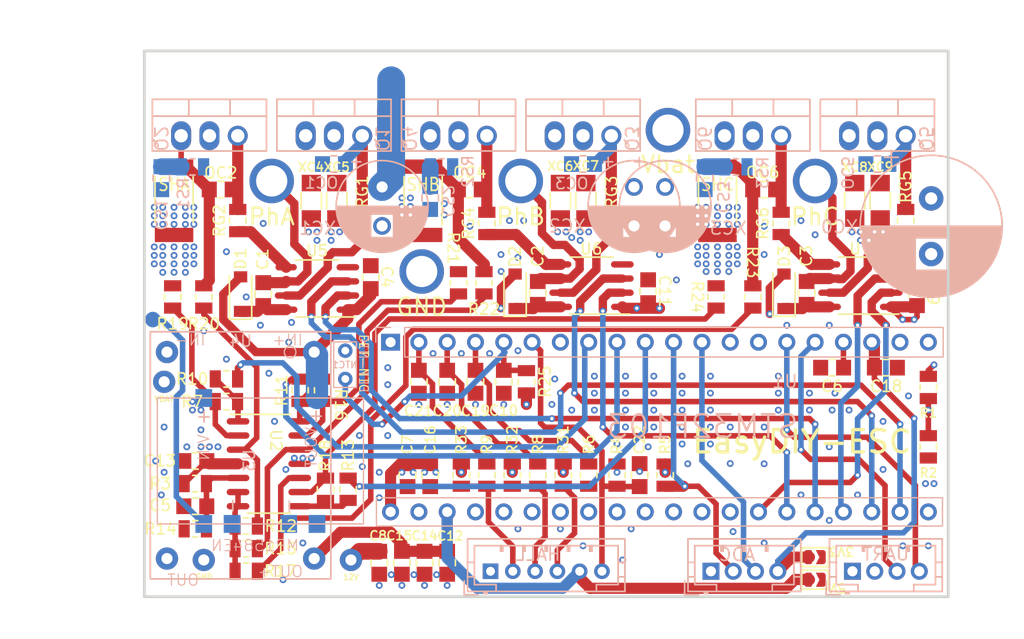
<source format=kicad_pcb>
(kicad_pcb (version 20211014) (generator pcbnew)
  (title_block (title "Easy DIY ESC") (date "2022-10-12"))
  (layers (0 "F.Cu" signal) (1 "In1.Cu" signal) (2 "In2.Cu" signal) (31 "B.Cu" signal) (34 "B.Paste" user) (35 "F.Paste" user) (36 "B.SilkS" user "B.Silkscreen") (37 "F.SilkS" user "F.Silkscreen") (38 "B.Mask" user) (39 "F.Mask" user) (44 "Edge.Cuts" user))
  (net 0 "")
  (net 1 "+12V")
  (net 2 "/PHASEA")
  (net 3 "/PHASEB")
  (net 4 "Net-(C6-Pad1)")
  (net 5 "Net-(CS1-Pad1)")
  (net 6 "/GH_C")
  (net 7 "/SH_A")
  (net 8 "/SH_B")
  (net 9 "/GL_C")
  (net 10 "/PHASEC")
  (net 11 "Net-(CS2-Pad1)")
  (net 12 "Net-(CS3-Pad1)")
  (net 13 "/DRVH_A")
  (net 14 "/DRVH_B")
  (net 15 "/DRVH_C")
  (net 16 "/DRVL_A")
  (net 17 "/DRVL_B")
  (net 18 "/DRVL_C")
  (net 19 "Net-(R19-Pad2)")
  (net 20 "Net-(R10-Pad1)")
  (net 21 "Net-(R11-Pad1)")
  (net 22 "Net-(R12-Pad1)")
  (net 23 "Net-(R13-Pad1)")
  (net 24 "Net-(R15-Pad1)")
  (net 25 "/VREF")
  (net 26 "Net-(R16-Pad1)")
  (net 27 "Net-(R17-Pad1)")
  (net 28 "Net-(R18-Pad1)")
  (net 29 "FETTEMP")
  (net 30 "HALLSENSORC")
  (net 31 "HALLSENSORB")
  (net 32 "HALLSENSORA")
  (net 33 "MOTORTEMP")
  (net 34 "VBAT")
  (net 35 "USART3RX")
  (net 36 "USART3TX")
  (net 37 "+3V3")
  (net 53 "/BOOT_C")
  (net 54 "BATTERYVOLTAGE")
  (net 55 "PHASEACURRENT")
  (net 56 "GND")
  (net 57 "/SH_C")
  (net 58 "/GH_A")
  (net 59 "/GH_B")
  (net 60 "/GL_A")
  (net 61 "/GL_B")
  (net 62 "PHASEBCURRENT")
  (net 63 "/BOOT_A")
  (net 64 "/BOOT_B")
  (net 65 "VBIAS")
  (net 66 "PHASECCURRENT")
  (net 67 "PWMALOW")
  (net 68 "PWMBLOW")
  (net 69 "+5V")
  (net 70 "Net-(J5-Pad2)")
  (net 71 "Net-(J5-Pad3)")
  (net 72 "Net-(J5-Pad4)")
  (net 73 "Net-(J7-Pad1)")
  (net 74 "PWMCLOW")
  (net 75 "PWMAHIGH")
  (net 76 "ADC12_IN6")
  (net 77 "ADC12_IN7")
  (net 78 "PWMBHIGH")
  (net 79 "PWMCHIGH")
  (net 81 "DISABLEPOWER")
  (footprint "Intible:THT_1x_ID_1_OD_2" (layer "F.Cu") (at 63.0428 114.1476)
    (fp_text reference "J11" hide)
    (fp_text value "Conn_01x01")
  )
  (footprint "Intible:C_1206_3216Metric_EDE" (layer "F.Cu") (at 108.2548 81.8896 -90)
    (fp_text reference "XC8")
    (fp_text value "2.2u")
  )
  (footprint "Intible:R_2512_6332Metric_EDE" (layer "F.Cu") (at 95.9358 81.8896 -90)
    (fp_text reference "SH3" hide)
    (fp_text value "0.001")
  )
  (footprint "Intible:C_0805_2012Metric_EDE" (layer "F.Cu") (at 70.1548 106.5276 -90)
    (fp_text reference "C16")
    (fp_text value "10u")
  )
  (footprint "Intible:THT_1x_ID_2.8_OD_4" (layer "F.Cu") (at 55.9308 80.1116)
    (fp_text reference "J1" hide)
    (fp_text value "Conn_01x01")
  )
  (footprint "" (layer "F.Cu") (at 114.0968 70.9676)
    (fp_text reference "" hide)
    (fp_text value "" hide)
  )
  (footprint "Intible:C_0805_2012Metric_EDE" (layer "F.Cu") (at 73.7108 80.8736 180)
    (fp_text reference "OC4")
    (fp_text value "10n")
  )
  (footprint "Intible:R_0805_2012Metric_EDE" (layer "F.Cu") (at 49.0728 111.3536)
    (fp_text reference "R14")
    (fp_text value "2.2K")
  )
  (footprint "Intible:C_0805_2012Metric_EDE" (layer "F.Cu") (at 69.6468 114.4016 -90)
    (fp_text reference "C14")
    (fp_text value "10u")
  )
  (footprint "Intible:R_0805_2012Metric_EDE" (layer "F.Cu") (at 78.7908 98.1456 90)
    (fp_text reference "R25")
    (fp_text value "10K")
  )
  (footprint "Intible:R_0805_2012Metric_EDE" (layer "F.Cu") (at 51.8668 99.9236)
    (fp_text reference "R7")
    (fp_text value "22K")
  )
  (footprint "Intible:R_0805_2012Metric_EDE" (layer "F.Cu") (at 53.6448 115.1636 180)
    (fp_text reference "R17")
    (fp_text value "22K")
  )
  (footprint "Intible:C_0805_2012Metric_EDE" (layer "F.Cu") (at 113.8428 90.2716 90)
    (fp_text reference "C9")
    (fp_text value "10u")
  )
  (footprint "Intible:C_0805_2012Metric_EDE" (layer "F.Cu") (at 88.9508 106.5276 90)
    (fp_text reference "C22")
    (fp_text value "100n")
  )
  (footprint "Intible:R_0805_2012Metric_EDE" (layer "F.Cu") (at 62.7888 107.7976 90)
    (fp_text reference "R13")
    (fp_text value "100")
  )
  (footprint "Intible:THT_1x_ID_1_OD_2" (layer "F.Cu") (at 46.2788 98.1456)
    (fp_text reference "J9" hide)
    (fp_text value "Conn_01x01")
  )
  (footprint "Intible:R_0805_2012Metric_EDE" (layer "F.Cu") (at 82.0928 106.5276 -90)
    (fp_text reference "R31")
    (fp_text value "2.2K")
  )
  (footprint "Intible:C_1206_3216Metric_EDE" (layer "F.Cu") (at 59.4868 81.8896 -90)
    (fp_text reference "XC4")
    (fp_text value "2.2u")
  )
  (footprint "Intible:R_2512_6332Metric_EDE" (layer "F.Cu") (at 69.5198 81.8896 -90)
    (fp_text reference "SH2" hide)
    (fp_text value "0.001")
  )
  (footprint "Intible:R_0805_2012Metric_EDE" (layer "F.Cu") (at 75.2348 83.9216 90)
    (fp_text reference "RG4")
    (fp_text value "4.7")
  )
  (footprint "Intible:C_0805_2012Metric_EDE" (layer "F.Cu") (at 100.1268 80.8736 180)
    (fp_text reference "OC6")
    (fp_text value "10n")
  )
  (footprint "Intible:R_0805_2012Metric_EDE" (layer "F.Cu") (at 95.8088 90.5256 -90)
    (fp_text reference "R24")
    (fp_text value "2.2K")
  )
  (footprint "Intible:C_0805_2012Metric_EDE" (layer "F.Cu") (at 51.3588 80.8736 180)
    (fp_text reference "OC2")
    (fp_text value "10n")
  )
  (footprint "Intible:D_SOD-123_EDE" (layer "F.Cu") (at 53.1368 90.2716 90)
    (fp_text reference "D1")
    (fp_text value "SM4007PL")
  )
  (footprint "Intible:THT_1x_ID_2.8_OD_4" (layer "F.Cu") (at 91.4908 75.5396)
    (fp_text reference "J4" hide)
    (fp_text value "Conn_01x01")
  )
  (footprint "Intible:R_0805_2012Metric_EDE" (layer "F.Cu") (at 60.7568 107.7976 -90)
    (fp_text reference "R18")
    (fp_text value "22K")
  )
  (footprint "Intible:C_0805_2012Metric_EDE" (layer "F.Cu") (at 49.0728 109.3216)
    (fp_text reference "C5")
    (fp_text value "100n")
  )
  (footprint "Intible:R_0805_2012Metric_EDE" (layer "F.Cu") (at 112.8268 83.6676 90)
    (fp_text reference "RG5")
    (fp_text value "4.7")
  )
  (footprint "Intible:R_0805_2012Metric_EDE" (layer "F.Cu") (at 47.0408 90.5256 -90)
    (fp_text reference "R19")
    (fp_text value "2.2K")
  )
  (footprint "Intible:R_0805_2012Metric_EDE" (layer "F.Cu") (at 60.5028 98.9076 90)
    (fp_text reference "R16")
    (fp_text value "22K")
  )
  (footprint "Intible:MountingHole_3.1mm" (layer "F.Cu") (at 47.0408 70.9676)
    (fp_text reference "" hide)
    (fp_text value "" hide)
  )
  (footprint "Intible:R_0805_2012Metric_EDE" (layer "F.Cu") (at 49.0728 107.2896 180)
    (fp_text reference "R3")
    (fp_text value "2.2K")
  )
  (footprint "Intible:R_0805_2012Metric_EDE" (layer "F.Cu") (at 91.2368 106.5276 -90)
    (fp_text reference "R5")
    (fp_text value "2.2K")
  )
  (footprint "Intible:THT_1x_ID_2.8_OD_4" (layer "F.Cu") (at 69.3928 88.2396)
    (fp_text reference "J6" hide)
    (fp_text value "Conn_01x01")
  )
  (footprint "Intible:C_0805_2012Metric_EDE" (layer "F.Cu") (at 111.0488 96.8756)
    (fp_text reference "C18")
    (fp_text value "10u")
  )
  (footprint "Intible:C_0805_2012Metric_EDE" (layer "F.Cu") (at 67.6148 114.4016 -90)
    (fp_text reference "C15")
    (fp_text value "10u")
  )
  (footprint "Intible:THT_1x_ID_1_OD_2" (layer "F.Cu") (at 49.8348 114.1476)
    (fp_text reference "J10" hide)
    (fp_text value "Conn_01x01")
  )
  (footprint "Intible:R_0805_2012Metric_EDE" (layer "F.Cu") (at 53.6448 113.1316 180)
    (fp_text reference "R15")
    (fp_text value "22K")
  )
  (footprint "Intible:THT_1x_ID_2.8_OD_4" (layer "F.Cu") (at 104.6988 80.1116)
    (fp_text reference "J3" hide)
    (fp_text value "Conn_01x01")
  )
  (footprint "Intible:SolderJumper-2_small_EDE" (layer "F.Cu") (at 104.6988 115.9256)
    (fp_text reference "JP2" hide)
    (fp_text value "SolderJumper_2_Open")
  )
  (footprint "Intible:R_2512_6332Metric_EDE" (layer "F.Cu") (at 47.1678 81.8896 -90)
    (fp_text reference "SH1" hide)
    (fp_text value "0.001")
  )
  (footprint "Intible:R_0805_2012Metric_EDE" (layer "F.Cu") (at 49.8348 90.5256 -90)
    (fp_text reference "R20")
    (fp_text value "2.2K")
  )
  (footprint "Intible:C_0805_2012Metric_EDE" (layer "F.Cu") (at 103.9368 90.1676 90)
    (fp_text reference "C3")
    (fp_text value "10u")
  )
  (footprint "Intible:R_0805_2012Metric_EDE" (layer "F.Cu") (at 99.1108 90.5256 -90)
    (fp_text reference "R23")
    (fp_text value "2.2K")
  )
  (footprint "Intible:C_0805_2012Metric_EDE" (layer "F.Cu") (at 49.0728 105.2576 180)
    (fp_text reference "C13")
    (fp_text value "10u")
  )
  (footprint "Intible:C_1206_3216Metric_EDE" (layer "F.Cu") (at 81.8388 81.8896 -90)
    (fp_text reference "XC6")
    (fp_text value "2.2u")
  )
  (footprint "Intible:C_0805_2012Metric_EDE" (layer "F.Cu") (at 55.1688 90.2716 90)
    (fp_text reference "C1")
    (fp_text value "10u")
  )
  (footprint "Intible:R_0805_2012Metric_EDE" (layer "F.Cu") (at 84.3788 106.5276 90)
    (fp_text reference "R6")
    (fp_text value "100")
  )
  (footprint "Intible:C_0805_2012Metric_EDE" (layer "F.Cu") (at 106.2228 96.8756 180)
    (fp_text reference "C6")
    (fp_text value "100n")
  )
  (footprint "Intible:C_0805_2012Metric_EDE" (layer "F.Cu") (at 71.6788 98.1456 -90)
    (fp_text reference "C20")
    (fp_text value "100n")
  )
  (footprint "Intible:R_0805_2012Metric_EDE" (layer "F.Cu") (at 101.6508 83.9216 90)
    (fp_text reference "RG6")
    (fp_text value "4.7")
  )
  (footprint "Intible:C_1206_3216Metric_EDE" (layer "F.Cu") (at 84.1248 81.8896 -90)
    (fp_text reference "XC7")
    (fp_text value "2.2u")
  )
  (footprint "Intible:C_0805_2012Metric_EDE" (layer "F.Cu") (at 68.1228 106.5276 -90)
    (fp_text reference "C7")
    (fp_text value "10u")
  )
  (footprint "Intible:R_0805_2012Metric_EDE" (layer "F.Cu") (at 114.8588 103.9876 -90)
    (fp_text reference "R2")
    (fp_text value "33K")
  )
  (footprint "" (layer "F.Cu") (at 90.4748 114.4016)
    (fp_text reference "" hide)
    (fp_text value "" hide)
  )
  (footprint "Intible:SOIC-14_3.9x8.7mm_P1.27mm_EDE" (layer "F.Cu") (at 55.6768 105.5116)
    (fp_text reference "U2")
    (fp_text value "NCS20034DR2G")
  )
  (footprint "Intible:R_0805_2012Metric_EDE" (layer "F.Cu") (at 72.6948 89.2556 -90)
    (fp_text reference "R21")
    (fp_text value "2.2K")
  )
  (footprint "Intible:R_0805_2012Metric_EDE" (layer "F.Cu") (at 72.9488 106.5276 -90)
    (fp_text reference "R33")
    (fp_text value "2.2K")
  )
  (footprint "Intible:R_0805_2012Metric_EDE" (layer "F.Cu") (at 51.8668 97.8916)
    (fp_text reference "R10")
    (fp_text value "100")
  )
  (footprint "Intible:R_0805_2012Metric_EDE" (layer "F.Cu") (at 58.4708 98.9076 90)
    (fp_text reference "R11")
    (fp_text value "100")
  )
  (footprint "Intible:C_0805_2012Metric_EDE" (layer "F.Cu") (at 79.8068 90.1676 90)
    (fp_text reference "C2")
    (fp_text value "10u")
  )
  (footprint "Intible:C_1206_3216Metric_EDE" (layer "F.Cu") (at 61.7728 81.8896 -90)
    (fp_text reference "XC5")
    (fp_text value "2.2u")
  )
  (footprint "Intible:D_SOD-123_EDE" (layer "F.Cu") (at 77.7748 90.0176 90)
    (fp_text reference "D2")
    (fp_text value "SM4007PL")
  )
  (footprint "Intible:C_0805_2012Metric_EDE" (layer "F.Cu") (at 74.2188 98.1456 -90)
    (fp_text reference "C19")
    (fp_text value "100n")
  )
  (footprint "Intible:SOIC-8_3.9x4.9mm_P1.27mm_EDE" (layer "F.Cu") (at 84.6328 89.5096 180)
    (fp_text reference "U6")
    (fp_text value "U3216")
  )
  (footprint "Intible:C_0805_2012Metric_EDE" (layer "F.Cu") (at 65.5828 114.4016 -90)
    (fp_text reference "C8")
    (fp_text value "10u")
  )
  (footprint "Intible:C_1206_3216Metric_EDE" (layer "F.Cu") (at 110.5408 81.8896 -90)
    (fp_text reference "XC9")
    (fp_text value "2.2u")
  )
  (footprint "Intible:R_0805_2012Metric_EDE" (layer "F.Cu") (at 114.8588 98.6536 -90)
    (fp_text reference "R1")
    (fp_text value "1M")
  )
  (footprint "Intible:THT_1x_ID_2.8_OD_4" (layer "F.Cu") (at 78.2828 80.1116)
    (fp_text reference "J2" hide)
    (fp_text value "Conn_01x01")
  )
  (footprint "Intible:R_0805_2012Metric_EDE" (layer "F.Cu") (at 74.9808 89.2556 -90)
    (fp_text reference "R22")
    (fp_text value "2.2K")
  )
  (footprint "Intible:R_0805_2012Metric_EDE" (layer "F.Cu") (at 77.5208 106.5276 -90)
    (fp_text reference "R32")
    (fp_text value "2.2K")
  )
  (footprint "Intible:C_0805_2012Metric_EDE" (layer "F.Cu") (at 69.1388 98.1456 -90)
    (fp_text reference "C21")
    (fp_text value "100n")
  )
  (footprint "Intible:C_0805_2012Metric_EDE" (layer "F.Cu") (at 71.6788 114.4016 -90)
    (fp_text reference "C12")
    (fp_text value "10u")
  )
  (footprint "Intible:R_0805_2012Metric_EDE" (layer "F.Cu") (at 86.9188 106.5276 -90)
    (fp_text reference "R4")
    (fp_text value "10K")
  )
  (footprint "Intible:R_0805_2012Metric_EDE" (layer "F.Cu") (at 79.8068 106.5276 90)
    (fp_text reference "R8")
    (fp_text value "100")
  )
  (footprint "Intible:SOIC-8_3.9x4.9mm_P1.27mm_EDE" (layer "F.Cu") (at 59.9948 89.7636 180)
    (fp_text reference "U5")
    (fp_text value "U3216")
  )
  (footprint "Intible:R_0805_2012Metric_EDE" (layer "F.Cu") (at 64.0588 84.1756 90)
    (fp_text reference "RG1")
    (fp_text value "4.7")
  )
  (footprint "Intible:R_0805_2012Metric_EDE" (layer "F.Cu") (at 86.4108 84.1756 90)
    (fp_text reference "RG3")
    (fp_text value "4.7")
  )
  (footprint "Intible:SolderJumper-2_small_EDE" (layer "F.Cu") (at 104.6988 113.8936)
    (fp_text reference "JP1" hide)
    (fp_text value "SolderJumper_2_Open")
  )
  (footprint "Intible:R_0805_2012Metric_EDE" (layer "F.Cu") (at 75.2348 106.5276 90)
    (fp_text reference "R9")
    (fp_text value "100")
  )
  (footprint "Intible:C_0805_2012Metric_EDE" (layer "F.Cu") (at 89.7128 90.0176 90)
    (fp_text reference "C11")
    (fp_text value "10u")
  )
  (footprint "Intible:D_SOD-123_EDE" (layer "F.Cu") (at 101.9048 90.0176 90)
    (fp_text reference "D3")
    (fp_text value "SM4007PL")
  )
  (footprint "Intible:R_0805_2012Metric_EDE" (layer "F.Cu") (at 53.6448 111.0996 180)
    (fp_text reference "R12")
    (fp_text value "22K")
  )
  (footprint "Intible:C_0805_2012Metric_EDE" (layer "F.Cu") (at 64.8208 88.7476 90)
    (fp_text reference "C4")
    (fp_text value "10u")
  )
  (footprint "Intible:C_0805_2012Metric_EDE" (layer "F.Cu") (at 76.7588 98.1456 -90)
    (fp_text reference "C10")
    (fp_text value "100n")
  )
  (footprint "Intible:R_0805_2012Metric_EDE" (layer "F.Cu") (at 52.8828 83.6676 90)
    (fp_text reference "RG2")
    (fp_text value "4.7")
  )
  (footprint "Intible:SOIC-8_3.9x4.9mm_P1.27mm_EDE" (layer "F.Cu") (at 108.7628 89.5096 180)
    (fp_text reference "U7")
    (fp_text value "U3216")
  )
  (footprint "Intible:C_0805_2012Metric_EDE" (layer "B.Cu") (at 83.8708 78.5876 180)
    (fp_text reference "OC3")
    (fp_text value "10n")
  )
  (footprint "Intible:R_0805_2012Metric_EDE" (layer "B.Cu") (at 97.5868 78.8416)
    (fp_text reference "RS3")
    (fp_text value "2.2")
  )
  (footprint "Intible:TO-220-3_Vertical_EDE" (layer "B.Cu") (at 75.2348 76.0476 180)
    (fp_text reference "Q4")
    (fp_text value "MDP10N027")
  )
  (footprint "Intible:TO-220-3_Vertical_EDE" (layer "B.Cu") (at 52.8828 76.0476 180)
    (fp_text reference "Q2")
    (fp_text value "MDP10N027")
  )
  (footprint "Intible:YAAJ_Bluepill" (layer "B.Cu") (at 66.5988 94.5896 -90)
    (fp_text reference "U1")
    (fp_text value "YAAJ_BluePill")
  )
  (footprint "Intible:TO-220-3_Vertical_EDE" (layer "B.Cu") (at 112.8268 76.0476 180)
    (fp_text reference "Q5")
    (fp_text value "MDP10N027")
  )
  (footprint "Intible:TO-220-3_Vertical_EDE" (layer "B.Cu") (at 101.6508 76.0476 180)
    (fp_text reference "Q6")
    (fp_text value "MDP10N027")
  )
  (footprint "Intible:C_0805_2012Metric_EDE" (layer "B.Cu") (at 70.1548 81.6356 -90)
    (fp_text reference "CS2")
    (fp_text value "1n")
  )
  (footprint "Intible:STH0548S12" (layer "B.Cu") (at 54.9138 105.2566)
    (fp_text reference "U3")
    (fp_text value "STH0548S12")
  )
  (footprint "Intible:CP_Radial_D8.0mm_P3.50mm_EDE" (layer "B.Cu") (at 91.2368 80.6476 -90)
    (fp_text reference "XC3")
    (fp_text value "100u")
  )
  (footprint "Intible:TO-220-3_Vertical_EDE" (layer "B.Cu") (at 86.4108 76.0476 180)
    (fp_text reference "Q3")
    (fp_text value "MDP10N027")
  )
  (footprint "Intible:C_0805_2012Metric_EDE" (layer "B.Cu") (at 94.7928 79.8576 -90)
    (fp_text reference "CS3")
    (fp_text value "1n")
  )
  (footprint "Intible:CP_Radial_D8.0mm_P3.50mm_EDE" (layer "B.Cu") (at 88.4428 80.6476 -90)
    (fp_text reference "XC2")
    (fp_text value "100u")
  )
  (footprint "Intible:CP_Radial_D8.0mm_P3.50mm_EDE" (layer "B.Cu") (at 65.8368 80.6476 -90)
    (fp_text reference "XC1")
    (fp_text value "100u")
  )
  (footprint "Intible:C_0805_2012Metric_EDE" (layer "B.Cu") (at 110.2868 78.5876 180)
    (fp_text reference "OC5")
    (fp_text value "10n")
  )
  (footprint "Intible:C_0805_2012Metric_EDE" (layer "B.Cu") (at 61.5188 78.5876 180)
    (fp_text reference "OC1")
    (fp_text value "10n")
  )
  (footprint "Intible:MP1584EN_4pin" (layer "B.Cu") (at 53.1368 104.7506 -90)
    (fp_text reference "U4")
    (fp_text value "MP1584EN_4pin")
  )
  (footprint "Intible:JST_PH_B4B-PH-K_1x04_P2.00mm_Vertical_EDE" (layer "B.Cu") (at 108.0488 115.1636)
    (fp_text reference "J7" hide)
    (fp_text value "Conn_01x04")
  )
  (footprint "Intible:R_0805_2012Metric_EDE" (layer "B.Cu") (at 71.1708 78.8416)
    (fp_text reference "RS2")
    (fp_text value "2.2")
  )
  (footprint "Intible:THT_2x_P2.54_ID_0.7_OD_1.3" (layer "B.Cu") (at 62.5338 97.8916 90)
    (fp_text reference "NTC1")
    (fp_text value "10K")
  )
  (footprint "Intible:C_0805_2012Metric_EDE" (layer "B.Cu") (at 46.0248 79.8576 -90)
    (fp_text reference "CS1")
    (fp_text value "1n")
  )
  (footprint "Intible:TestPoint_Pad_D1.4mm_EDE" (layer "B.Cu") (at 45.2628 92.5576 180)
    (fp_text reference "J12" hide)
    (fp_text value "Conn_01x01")
  )
  (footprint "Intible:JST_PH_B6B-PH-K_1x06_P2.00mm_Vertical_EDE" (layer "B.Cu") (at 75.5688 115.1636)
    (fp_text reference "J5" hide)
    (fp_text value "Conn_01x06")
  )
  (footprint "Intible:TO-220-3_Vertical_EDE" (layer "B.Cu") (at 64.0588 76.0476 180)
    (fp_text reference "Q1")
    (fp_text value "MDP10N027")
  )
  (footprint "Intible:R_0805_2012Metric_EDE" (layer "B.Cu") (at 48.8188 78.8416)
    (fp_text reference "RS1")
    (fp_text value "2.2")
  )
  (footprint "Intible:CP_Radial_D12.5mm_P5.00mm_EDE" (layer "B.Cu") (at 115.1128 81.6756 -90)
    (fp_text reference "XC0")
    (fp_text value "680u")
  )
  (footprint "Intible:JST_PH_B4B-PH-K_1x04_P2.00mm_Vertical_EDE" (layer "B.Cu") (at 95.3488 115.1636)
    (fp_text reference "J8" hide)
    (fp_text value "Conn_01x04")
  )
  (gr_line (start 44.5008 117.4476) (end 44.5008 68.4276) (layer "Edge.Cuts") (width 0.254))
  (gr_line (start 44.5008 68.4276) (end 116.6408 68.4276) (layer "Edge.Cuts") (width 0.254))
  (gr_line (start 116.6408 117.4476) (end 116.6408 68.4276) (layer "Edge.Cuts") (width 0.254))
  (gr_line (start 44.5008 117.4476) (end 116.6408 117.4476) (layer "Edge.Cuts") (width 0.254))
  (gr_text "IN+" (at 57.3532 94.3864) (layer "B.SilkS") (effects (font (size 1 1) (thickness 0.1)) (justify mirror)))
  (gr_text "IN-" (at 48.6156 94.3864) (layer "B.SilkS") (effects (font (size 1 1) (thickness 0.1)) (justify mirror)))
  (gr_text "VIN" (at 49.8348 104.0384 90) (layer "B.SilkS") (effects (font (size 1 1) (thickness 0.1)) (justify mirror)))
  (gr_text "OUT" (at 47.9806 115.951) (layer "B.SilkS") (effects (font (size 1 1) (thickness 0.1)) (justify mirror)))
  (gr_text "+" (at 59.9186 101.1428) (layer "B.SilkS") (effects (font (size 1.2 1.2))))
  (gr_text "-" (at 52.3494 109.2708 90) (layer "B.SilkS") (effects (font (size 1.2 1.2))))
  (gr_text "-" (at 57.4294 109.3216 90) (layer "B.SilkS") (effects (font (size 1.2 1.2))))
  (gr_text "VOUT" (at 59.4868 104.0384 90) (layer "B.SilkS") (effects (font (size 1 1) (thickness 0.1)) (justify mirror)))
  (gr_text "OUT+" (at 56.6928 115.189) (layer "B.SilkS") (effects (font (size 1 1) (thickness 0.1)) (justify mirror)))
  (gr_text "+" (at 49.8602 101.219) (layer "B.SilkS") (effects (font (size 1.2 1.2))))
  (gr_text "EasyDIY-ESC" (at 103.505 103.5304) (layer "F.SilkS") (effects (font (size 2 2) (thickness 0.3))))
  (segment (start 51.5874 92.5576) (end 51.5874 90.271) (width 0.75) (layer "F.Cu") (net 1))
  (segment (start 87.5278 91.5416) (end 87.4008 91.4146) (width 1) (layer "F.Cu") (net 1))
  (segment (start 112.5518 92.5576) (end 113.5888 92.5576) (width 0.5) (layer "F.Cu") (net 1))
  (segment (start 64.8208 89.7776) (end 64.8208 90.399547) (width 1) (layer "F.Cu") (net 1))
  (segment (start 64.8208 90.399547) (end 63.551747 91.6686) (width 1) (layer "F.Cu") (net 1))
  (segment (start 62.7628 92.4576) (end 59.7408 95.4796) (width 1) (layer "F.Cu") (net 1))
  (segment (start 62.7628 91.6686) (end 62.7628 92.4576) (width 1) (layer "F.Cu") (net 1))
  (segment (start 100.6348 92.0496) (end 100.6348 89.7376) (width 0.75) (layer "F.Cu") (net 1))
  (segment (start 113.8428 91.3016) (end 113.8428 92.3036) (width 0.5) (layer "F.Cu") (net 1))
  (segment (start 90.7288 91.5416) (end 90.2068 91.5416) (width 1) (layer "F.Cu") (net 1))
  (segment (start 65.5828 113.3716) (end 63.8188 113.3716) (width 1.5) (layer "F.Cu") (net 1))
  (segment (start 63.8188 113.3716) (end 63.0428 114.1476) (width 1.5) (layer "F.Cu") (net 1))
  (segment (start 54.5094 95.4796) (end 51.5874 92.5576) (width 0.75) (layer "F.Cu") (net 1))
  (segment (start 90.2068 91.5416) (end 89.7128 91.0476) (width 1) (layer "F.Cu") (net 1))
  (segment (start 51.5874 90.271) (end 53.1368 88.7216) (width 0.75) (layer "F.Cu") (net 1))
  (segment (start 59.7408 95.4796) (end 54.5094 95.4796) (width 0.75) (layer "F.Cu") (net 1))
  (segment (start 100.6348 89.7376) (end 101.9048 88.4676) (width 0.75) (layer "F.Cu") (net 1))
  (segment (start 63.551747 91.6686) (end 62.7628 91.6686) (width 1) (layer "F.Cu") (net 1))
  (segment (start 76.5048 89.7376) (end 77.7748 88.4676) (width 0.75) (layer "F.Cu") (net 1))
  (segment (start 76.5048 91.5416) (end 76.5048 89.7376) (width 0.75) (layer "F.Cu") (net 1))
  (segment (start 111.5308 91.4146) (end 111.5308 91.5366) (width 0.5) (layer "F.Cu") (net 1))
  (segment (start 111.5308 91.4146) (end 113.7298 91.4146) (width 1) (layer "F.Cu") (net 1))
  (segment (start 113.8428 92.3036) (end 113.5888 92.5576) (width 0.5) (layer "F.Cu") (net 1))
  (segment (start 113.7298 91.4146) (end 113.8428 91.3016) (width 1) (layer "F.Cu") (net 1))
  (segment (start 111.5308 91.5366) (end 112.5518 92.5576) (width 0.5) (layer "F.Cu") (net 1))
  (segment (start 90.7288 91.5416) (end 87.5278 91.5416) (width 1) (layer "F.Cu") (net 1))
  (via (at 112.5518 92.5576) (size 0.61) (drill 0.305) (layers "F.Cu" "B.Cu") (net 1))
  (via (at 113.5888 92.5576) (size 0.61) (drill 0.305) (layers "F.Cu" "B.Cu") (net 1))
  (via (at 100.6348 92.0496) (size 0.61) (drill 0.305) (layers "F.Cu" "B.Cu") (net 1))
  (via (at 88.6968 91.5416) (size 0.61) (drill 0.305) (layers "F.Cu" "B.Cu") (net 1))
  (via (at 90.7288 91.5416) (size 0.61) (drill 0.305) (layers "F.Cu" "B.Cu") (net 1))
  (via (at 76.5048 91.5416) (size 0.61) (drill 0.305) (layers "F.Cu" "B.Cu") (net 1))
  (segment (start 59.9938 95.7326) (end 59.7408 95.4796) (width 2) (layer "B.Cu") (net 1))
  (segment (start 59.9938 99.6016) (end 59.9938 95.7326) (width 2) (layer "B.Cu") (net 1))
  (segment (start 57.1138 89.2416) (end 57.2268 89.1286) (width 1) (layer "F.Cu") (net 2))
  (segment (start 59.1312 86.9442) (end 59.1312 88.2904) (width 0.75) (layer "F.Cu") (net 2))
  (segment (start 55.1688 89.2416) (end 57.1138 89.2416) (width 1) (layer "F.Cu") (net 2))
  (segment (start 58.293 89.1286) (end 57.2268 89.1286) (width 0.75) (layer "F.Cu") (net 2))
  (segment (start 57.9628 85.7758) (end 59.1312 86.9442) (width 0.75) (layer "F.Cu") (net 2))
  (segment (start 55.9308 80.1116) (end 57.9628 82.1436) (width 0.75) (layer "F.Cu") (net 2))
  (segment (start 59.1312 88.2904) (end 58.293 89.1286) (width 0.75) (layer "F.Cu") (net 2))
  (segment (start 57.9628 82.1436) (end 57.9628 85.7758) (width 0.75) (layer "F.Cu") (net 2))
  (segment (start 82.2452 85.852) (end 81.2292 85.852) (width 0.75) (layer "F.Cu") (net 3))
  (segment (start 81.8648 88.8746) (end 82.7024 88.8746) (width 0.75) (layer "F.Cu") (net 3))
  (segment (start 83.566 88.011) (end 83.566 87.1728) (width 0.75) (layer "F.Cu") (net 3))
  (segment (start 81.2292 85.852) (end 80.1878 84.8106) (width 0.75) (layer "F.Cu") (net 3))
  (segment (start 83.566 87.1728) (end 82.2452 85.852) (width 0.75) (layer "F.Cu") (net 3))
  (segment (start 80.1878 84.8106) (end 80.1878 82.0166) (width 0.75) (layer "F.Cu") (net 3))
  (segment (start 80.0698 88.8746) (end 79.8068 89.1376) (width 1) (layer "F.Cu") (net 3))
  (segment (start 81.8648 88.8746) (end 80.0698 88.8746) (width 1) (layer "F.Cu") (net 3))
  (segment (start 82.7024 88.8746) (end 83.566 88.011) (width 0.75) (layer "F.Cu") (net 3))
  (segment (start 80.1878 82.0166) (end 78.2828 80.1116) (width 0.75) (layer "F.Cu") (net 3))
  (segment (start 107.2388 96.8616) (end 107.2528 96.8756) (width 0.5) (layer "F.Cu") (net 4))
  (segment (start 107.2388 94.5896) (end 107.2388 96.8616) (width 0.5) (layer "F.Cu") (net 4))
  (segment (start 47.8048 78.8276) (end 47.8188 78.8416) (width 1.5) (layer "B.Cu") (net 5))
  (segment (start 46.0248 78.8276) (end 47.8048 78.8276) (width 1.5) (layer "B.Cu") (net 5))
  (segment (start 112.8268 76.0476) (end 112.8268 82.6676) (width 1) (layer "F.Cu") (net 6))
  (segment (start 112.8268 76.0476) (end 112.8268 77.0776) (width 1) (layer "B.Cu") (net 6))
  (segment (start 112.8268 77.0776) (end 111.3168 78.5876) (width 1) (layer "B.Cu") (net 6))
  (segment (start 50.3288 89.0316) (end 49.8348 89.5256) (width 1) (layer "F.Cu") (net 7))
  (segment (start 47.8028 76.0476) (end 47.8028 78.1881) (width 0.5) (layer "F.Cu") (net 7))
  (segment (start 47.8028 78.1881) (end 47.1678 78.8231) (width 0.5) (layer "F.Cu") (net 7))
  (segment (start 47.1678 78.8231) (end 48.2783 78.8231) (width 1) (layer "F.Cu") (net 7))
  (segment (start 50.3288 80.8736) (end 50.3288 89.0316) (width 1) (layer "F.Cu") (net 7))
  (segment (start 48.2783 78.8231) (end 50.3288 80.8736) (width 1) (layer "F.Cu") (net 7))
  (segment (start 72.6694 85.2424) (end 72.6808 85.231) (width 1) (layer "F.Cu") (net 8))
  (segment (start 74.9808 87.6554) (end 75.0062 87.63) (width 1) (layer "F.Cu") (net 8))
  (segment (start 70.6303 78.8231) (end 72.6808 80.8736) (width 1) (layer "F.Cu") (net 8))
  (segment (start 75.0062 87.5792) (end 72.6694 85.2424) (width 1) (layer "F.Cu") (net 8))
  (segment (start 69.5198 78.8231) (end 70.6303 78.8231) (width 1) (layer "F.Cu") (net 8))
  (segment (start 74.9808 88.2556) (end 74.9808 87.6554) (width 1) (layer "F.Cu") (net 8))
  (segment (start 75.0062 87.63) (end 75.0062 87.5792) (width 1) (layer "F.Cu") (net 8))
  (segment (start 72.6808 85.231) (end 72.6808 80.8736) (width 1) (layer "F.Cu") (net 8))
  (segment (start 101.6508 76.0476) (end 101.6508 82.9216) (width 1) (layer "F.Cu") (net 9))
  (segment (start 107.8738 86.868) (end 107.8738 88.2142) (width 0.75) (layer "F.Cu") (net 10))
  (segment (start 106.2482 81.6356) (end 106.2482 85.2424) (width 0.75) (layer "F.Cu") (net 10))
  (segment (start 104.1998 88.8746) (end 103.9368 89.1376) (width 1) (layer "F.Cu") (net 10))
  (segment (start 104.6988 80.1116) (end 104.7242 80.1116) (width 0.75) (layer "F.Cu") (net 10))
  (segment (start 107.1626 88.9254) (end 106.807 88.9254) (width 0.75) (layer "F.Cu") (net 10))
  (segment (start 107.8738 88.2142) (end 107.1626 88.9254) (width 0.75) (layer "F.Cu") (net 10))
  (segment (start 106.807 88.9254) (end 106.7562 88.8746) (width 0.75) (layer "F.Cu") (net 10))
  (segment (start 105.9948 88.8746) (end 104.1998 88.8746) (width 1) (layer "F.Cu") (net 10))
  (segment (start 106.7562 88.8746) (end 105.9948 88.8746) (width 0.75) (layer "F.Cu") (net 10))
  (segment (start 106.2482 85.2424) (end 107.8738 86.868) (width 0.75) (layer "F.Cu") (net 10))
  (segment (start 104.7242 80.1116) (end 106.2482 81.6356) (width 0.75) (layer "F.Cu") (net 10))
  (segment (start 70.1548 78.8576) (end 70.1708 78.8416) (width 1.5) (layer "B.Cu") (net 11))
  (segment (start 70.1548 80.6056) (end 70.1548 78.8576) (width 1.5) (layer "B.Cu") (net 11))
  (segment (start 96.5728 78.8276) (end 96.5868 78.8416) (width 1.5) (layer "B.Cu") (net 12))
  (segment (start 94.7928 78.8276) (end 96.5728 78.8276) (width 1.5) (layer "B.Cu") (net 12))
  (segment (start 60.96 87.884) (end 60.96 86.9696) (width 0.75) (layer "F.Cu") (net 13))
  (segment (start 60.96 86.9696) (end 61.4172 86.5124) (width 0.75) (layer "F.Cu") (net 13))
  (segment (start 57.2268 90.3986) (end 58.4454 90.3986) (width 0.75) (layer "F.Cu") (net 13))
  (segment (start 58.4454 90.3986) (end 60.96 87.884) (width 0.75) (layer "F.Cu") (net 13))
  (segment (start 61.4172 86.5124) (end 63.119 86.5124) (width 0.75) (layer "F.Cu") (net 13))
  (segment (start 63.119 86.5124) (end 64.0588 85.5726) (width 0.75) (layer "F.Cu") (net 13))
  (segment (start 64.0588 85.5726) (end 64.0588 85.1756) (width 0.75) (layer "F.Cu") (net 13))
  (segment (start 85.0646 86.5124) (end 85.0646 88.0618) (width 0.75) (layer "F.Cu") (net 14))
  (segment (start 85.0646 88.0618) (end 82.9818 90.1446) (width 0.75) (layer "F.Cu") (net 14))
  (segment (start 86.4014 85.1756) (end 85.0646 86.5124) (width 0.75) (layer "F.Cu") (net 14))
  (segment (start 82.9818 90.1446) (end 81.8648 90.1446) (width 0.75) (layer "F.Cu") (net 14))
  (segment (start 86.4108 85.1756) (end 86.4014 85.1756) (width 0.75) (layer "F.Cu") (net 14))
  (segment (start 107.21902 90.1446) (end 109.4232 87.94042) (width 0.75) (layer "F.Cu") (net 15))
  (segment (start 109.4232 86.8426) (end 110.3884 85.8774) (width 0.75) (layer "F.Cu") (net 15))
  (segment (start 105.9948 90.1446) (end 107.21902 90.1446) (width 0.75) (layer "F.Cu") (net 15))
  (segment (start 109.4232 87.94042) (end 109.4232 86.8426) (width 0.75) (layer "F.Cu") (net 15))
  (segment (start 111.617 85.8774) (end 112.8268 84.6676) (width 0.75) (layer "F.Cu") (net 15))
  (segment (start 110.3884 85.8774) (end 111.617 85.8774) (width 0.75) (layer "F.Cu") (net 15))
  (segment (start 52.8828 84.6676) (end 54.0358 84.6676) (width 1) (layer "F.Cu") (net 16))
  (segment (start 54.0358 84.6676) (end 57.2268 87.8586) (width 1) (layer "F.Cu") (net 16))
  (segment (start 81.8648 87.6046) (end 80.5434 87.6046) (width 1) (layer "F.Cu") (net 17))
  (segment (start 77.8604 84.9216) (end 75.2348 84.9216) (width 1) (layer "F.Cu") (net 17))
  (segment (start 80.5434 87.6046) (end 77.8604 84.9216) (width 1) (layer "F.Cu") (net 17))
  (segment (start 105.9948 87.6046) (end 104.3686 87.6046) (width 1) (layer "F.Cu") (net 18))
  (segment (start 104.3686 87.6046) (end 101.6856 84.9216) (width 1) (layer "F.Cu") (net 18))
  (segment (start 101.6856 84.9216) (end 101.6508 84.9216) (width 1) (layer "F.Cu") (net 18))
  (segment (start 52.9078 102.9716) (end 51.8668 102.9716) (width 0.5) (layer "F.Cu") (net 19))
  (segment (start 51.8668 102.9716) (end 50.8668 101.9716) (width 0.5) (layer "F.Cu") (net 19))
  (segment (start 50.8668 99.9142) (end 48.768 97.8154) (width 0.5) (layer "F.Cu") (net 19))
  (segment (start 50.8668 101.9716) (end 50.8668 99.9236) (width 0.5) (layer "F.Cu") (net 19))
  (segment (start 50.8668 99.9236) (end 50.8668 99.9142) (width 0.5) (layer "F.Cu") (net 19))
  (segment (start 48.768 93.2528) (end 47.0408 91.5256) (width 0.5) (layer "F.Cu") (net 19))
  (segment (start 48.768 97.8154) (end 48.768 93.2528) (width 0.5) (layer "F.Cu") (net 19))
  (segment (start 52.9078 99.9326) (end 50.8668 97.8916) (width 0.5) (layer "F.Cu") (net 20))
  (segment (start 52.9078 101.7016) (end 52.9078 99.9326) (width 0.5) (layer "F.Cu") (net 20))
  (segment (start 58.5028 99.9076) (end 60.5028 97.9076) (width 0.5) (layer "F.Cu") (net 21))
  (segment (start 58.4458 99.9326) (end 58.4708 99.9076) (width 0.5) (layer "F.Cu") (net 21))
  (segment (start 58.4458 101.7016) (end 58.4458 99.9326) (width 0.5) (layer "F.Cu") (net 21))
  (segment (start 58.4708 99.9076) (end 58.5028 99.9076) (width 0.5) (layer "F.Cu") (net 21))
  (segment (start 52.9078 104.2416) (end 53.721 104.2416) (width 0.5) (layer "F.Cu") (net 22))
  (segment (start 52.9078 104.2416) (end 53.5178 104.2416) (width 0.5) (layer "F.Cu") (net 22))
  (segment (start 53.5178 104.2416) (end 54.5846 103.1748) (width 0.5) (layer "F.Cu") (net 22))
  (segment (start 54.5846 96.8248) (end 49.8348 92.075) (width 0.5) (layer "F.Cu") (net 22))
  (segment (start 53.721 104.2416) (end 54.6448 105.1654) (width 0.5) (layer "F.Cu") (net 22))
  (segment (start 54.5846 103.1748) (end 54.5846 96.8248) (width 0.5) (layer "F.Cu") (net 22))
  (segment (start 54.6448 105.1654) (end 54.6448 111.0996) (width 0.5) (layer "F.Cu") (net 22))
  (segment (start 49.8348 92.075) (end 49.8348 91.5256) (width 0.5) (layer "F.Cu") (net 22))
  (segment (start 58.4458 109.3216) (end 62.2648 109.3216) (width 0.5) (layer "F.Cu") (net 23))
  (segment (start 62.2648 109.3216) (end 62.7888 108.7976) (width 0.5) (layer "F.Cu") (net 23))
  (segment (start 55.5468 105.8956) (end 57.2008 104.2416) (width 0.5) (layer "F.Cu") (net 24))
  (segment (start 64.4906 98.9838) (end 59.2328 104.2416) (width 0.5) (layer "F.Cu") (net 24))
  (segment (start 74.9808 90.2556) (end 74.9808 90.5764) (width 0.5) (layer "F.Cu") (net 24))
  (segment (start 73.8378 91.7194) (end 66.354132 91.7194) (width 0.5) (layer "F.Cu") (net 24))
  (segment (start 55.5468 112.525) (end 55.5468 105.8956) (width 0.5) (layer "F.Cu") (net 24))
  (segment (start 64.4906 93.582932) (end 64.4906 98.9838) (width 0.5) (layer "F.Cu") (net 24))
  (segment (start 54.9402 113.1316) (end 55.5468 112.525) (width 0.5) (layer "F.Cu") (net 24))
  (segment (start 54.6448 113.1316) (end 54.9402 113.1316) (width 0.5) (layer "F.Cu") (net 24))
  (segment (start 57.2008 104.2416) (end 58.4458 104.2416) (width 0.5) (layer "F.Cu") (net 24))
  (segment (start 74.9808 90.5764) (end 73.8378 91.7194) (width 0.5) (layer "F.Cu") (net 24))
  (segment (start 66.354132 91.7194) (end 64.4906 93.582932) (width 0.5) (layer "F.Cu") (net 24))
  (segment (start 59.2328 104.2416) (end 58.4458 104.2416) (width 0.5) (layer "F.Cu") (net 24))
  (segment (start 50.0728 107.2896) (end 50.0728 111.3536) (width 0.5) (layer "F.Cu") (net 25))
  (segment (start 50.3602 107.0022) (end 50.0728 107.2896) (width 0.5) (layer "F.Cu") (net 25))
  (segment (start 52.9078 106.7816) (end 50.5808 106.7816) (width 0.5) (layer "F.Cu") (net 25))
  (segment (start 50.5808 106.7816) (end 50.3602 107.0022) (width 0.5) (layer "F.Cu") (net 25))
  (segment (start 59.1566 102.9716) (end 60.5028 101.6254) (width 0.5) (layer "F.Cu") (net 26))
  (segment (start 63.754 92.964) (end 65.7098 91.0082) (width 0.5) (layer "F.Cu") (net 26))
  (segment (start 62.4746 99.9076) (end 60.5028 99.9076) (width 0.5) (layer "F.Cu") (net 26))
  (segment (start 60.5028 101.6254) (end 60.5028 99.9076) (width 0.5) (layer "F.Cu") (net 26))
  (segment (start 71.9836 90.9574) (end 65.7352 90.9574) (width 0.5) (layer "F.Cu") (net 26))
  (segment (start 72.6854 90.2556) (end 71.9836 90.9574) (width 0.5) (layer "F.Cu") (net 26))
  (segment (start 63.754 92.964) (end 63.754 98.6282) (width 0.5) (layer "F.Cu") (net 26))
  (segment (start 72.6948 90.2556) (end 72.6854 90.2556) (width 0.5) (layer "F.Cu") (net 26))
  (segment (start 58.4458 102.9716) (end 59.1566 102.9716) (width 0.5) (layer "F.Cu") (net 26))
  (segment (start 63.754 98.6282) (end 62.4746 99.9076) (width 0.5) (layer "F.Cu") (net 26))
  (segment (start 68.656655 93.4256) (end 67.9704 94.111855) (width 0.5) (layer "F.Cu") (net 27))
  (segment (start 57.4802 106.7816) (end 56.7436 107.5182) (width 0.5) (layer "F.Cu") (net 27))
  (segment (start 97.2108 93.4256) (end 68.656655 93.4256) (width 0.5) (layer "F.Cu") (net 27))
  (segment (start 67.9704 98.483468) (end 64.8208 101.633068) (width 0.5) (layer "F.Cu") (net 27))
  (segment (start 64.8208 108.712) (end 63.1444 110.3884) (width 0.5) (layer "F.Cu") (net 27))
  (segment (start 54.7238 115.1636) (end 54.6448 115.1636) (width 0.5) (layer "F.Cu") (net 27))
  (segment (start 64.8208 101.633068) (end 64.8208 108.712) (width 0.5) (layer "F.Cu") (net 27))
  (segment (start 99.1108 91.5256) (end 97.2108 93.4256) (width 0.5) (layer "F.Cu") (net 27))
  (segment (start 56.7436 107.5182) (end 56.7436 110.3884) (width 0.5) (layer "F.Cu") (net 27))
  (segment (start 67.9704 94.111855) (end 67.9704 98.483468) (width 0.5) (layer "F.Cu") (net 27))
  (segment (start 56.7436 113.1438) (end 54.7238 115.1636) (width 0.5) (layer "F.Cu") (net 27))
  (segment (start 63.1444 110.3884) (end 56.7436 110.3884) (width 0.5) (layer "F.Cu") (net 27))
  (segment (start 56.7436 110.3884) (end 56.7436 113.1438) (width 0.5) (layer "F.Cu") (net 27))
  (segment (start 58.4458 106.7816) (end 57.4802 106.7816) (width 0.5) (layer "F.Cu") (net 27))
  (segment (start 94.8318 92.5026) (end 95.8088 91.5256) (width 0.5) (layer "F.Cu") (net 28))
  (segment (start 60.7568 104.775) (end 65.1934 100.3384) (width 0.5) (layer "F.Cu") (net 28))
  (segment (start 65.1934 93.8022) (end 66.493 92.5026) (width 0.5) (layer "F.Cu") (net 28))
  (segment (start 58.4458 108.0516) (end 59.5028 108.0516) (width 0.5) (layer "F.Cu") (net 28))
  (segment (start 60.7568 106.7976) (end 60.7568 104.775) (width 0.5) (layer "F.Cu") (net 28))
  (segment (start 59.5028 108.0516) (end 60.7568 106.7976) (width 0.5) (layer "F.Cu") (net 28))
  (segment (start 66.493 92.5026) (end 94.8318 92.5026) (width 0.5) (layer "F.Cu") (net 28))
  (segment (start 65.1934 100.3384) (end 65.1934 93.8022) (width 0.5) (layer "F.Cu") (net 28))
  (segment (start 78.7608 97.1156) (end 78.7908 97.1456) (width 0.5) (layer "F.Cu") (net 29))
  (segment (start 65.8368 101.9556) (end 67.8688 99.9236) (width 0.5) (layer "F.Cu") (net 29))
  (segment (start 76.7588 94.5896) (end 76.7588 97.1156) (width 0.5) (layer "F.Cu") (net 29))
  (segment (start 76.7588 97.1156) (end 78.7608 97.1156) (width 0.5) (layer "F.Cu") (net 29))
  (via (at 65.8368 101.9556) (size 0.61) (drill 0.305) (layers "F.Cu" "B.Cu") (net 29))
  (via (at 67.8688 99.9236) (size 0.61) (drill 0.305) (layers "F.Cu" "B.Cu") (net 29))
  (segment (start 65.024 101.9556) (end 65.8368 101.9556) (width 0.5) (layer "B.Cu") (net 29))
  (segment (start 62.5338 97.8916) (end 62.5338 99.4654) (width 0.5) (layer "B.Cu") (net 29))
  (segment (start 72.9488 99.4156) (end 68.3768 99.4156) (width 0.5) (layer "B.Cu") (net 29))
  (segment (start 68.3768 99.4156) (end 67.8688 99.9236) (width 0.5) (layer "B.Cu") (net 29))
  (segment (start 76.8604 95.504) (end 72.9488 99.4156) (width 0.5) (layer "B.Cu") (net 29))
  (segment (start 76.7588 94.5896) (end 76.7588 95.4024) (width 0.5) (layer "B.Cu") (net 29))
  (segment (start 62.5338 99.4654) (end 65.024 101.9556) (width 0.5) (layer "B.Cu") (net 29))
  (segment (start 82.8548 103.4288) (end 84.3788 104.9528) (width 0.5) (layer "F.Cu") (net 30))
  (segment (start 74.2442 97.2058) (end 75.4634 98.425) (width 0.5) (layer "F.Cu") (net 30))
  (segment (start 74.2188 94.5896) (end 74.2188 97.1156) (width 0.5) (layer "F.Cu") (net 30))
  (segment (start 79.0448 103.4288) (end 82.8548 103.4288) (width 0.5) (layer "F.Cu") (net 30))
  (segment (start 77.2668 102.5398) (end 78.1558 102.5398) (width 0.5) (layer "F.Cu") (net 30))
  (segment (start 78.1558 102.5398) (end 79.0448 103.4288) (width 0.5) (layer "F.Cu") (net 30))
  (segment (start 75.4634 98.425) (end 75.4634 100.7364) (width 0.5) (layer "F.Cu") (net 30))
  (segment (start 84.3788 104.9528) (end 84.3788 105.5276) (width 0.5) (layer "F.Cu") (net 30))
  (segment (start 75.4634 100.7364) (end 77.2668 102.5398) (width 0.5) (layer "F.Cu") (net 30))
  (segment (start 72.9742 98.3996) (end 72.9742 100.4456) (width 0.5) (layer "F.Cu") (net 31))
  (segment (start 72.9742 100.4456) (end 76.2622 103.7336) (width 0.5) (layer "F.Cu") (net 31))
  (segment (start 71.6788 94.5896) (end 71.6788 97.1156) (width 0.5) (layer "F.Cu") (net 31))
  (segment (start 76.2622 103.7336) (end 78.0128 103.7336) (width 0.5) (layer "F.Cu") (net 31))
  (segment (start 78.0128 103.7336) (end 79.8068 105.5276) (width 0.5) (layer "F.Cu") (net 31))
  (segment (start 71.755 97.1804) (end 72.9742 98.3996) (width 0.5) (layer "F.Cu") (net 31))
  (segment (start 70.358 98.3348) (end 69.1388 97.1156) (width 0.5) (layer "F.Cu") (net 32))
  (segment (start 75.2348 105.5276) (end 75.2348 105.2576) (width 0.5) (layer "F.Cu") (net 32))
  (segment (start 69.1388 94.5896) (end 69.1388 97.1156) (width 0.5) (layer "F.Cu") (net 32))
  (segment (start 70.358 100.3808) (end 70.358 98.3348) (width 0.5) (layer "F.Cu") (net 32))
  (segment (start 75.2348 105.2576) (end 70.358 100.3808) (width 0.5) (layer "F.Cu") (net 32))
  (segment (start 80.4418 102.235) (end 83.2866 102.235) (width 0.5) (layer "F.Cu") (net 33))
  (segment (start 86.9488 107.5576) (end 86.9188 107.5276) (width 0.5) (layer "F.Cu") (net 33))
  (segment (start 80.0608 95.3516) (end 80.0608 101.854) (width 0.5) (layer "F.Cu") (net 33))
  (segment (start 88.9508 107.5576) (end 86.9488 107.5576) (width 0.5) (layer "F.Cu") (net 33))
  (segment (start 80.0608 101.854) (end 80.4418 102.235) (width 0.5) (layer "F.Cu") (net 33))
  (segment (start 85.5688 115.1636) (end 85.5688 107.3366) (width 0.5) (layer "F.Cu") (net 33))
  (segment (start 86.9188 107.5276) (end 85.7598 107.5276) (width 0.5) (layer "F.Cu") (net 33))
  (segment (start 85.7598 107.5276) (end 85.5688 107.3366) (width 0.5) (layer "F.Cu") (net 33))
  (segment (start 85.5688 104.3902) (end 85.5688 107.3366) (width 0.5) (layer "F.Cu") (net 33))
  (segment (start 83.4136 102.235) (end 85.5688 104.3902) (width 0.5) (layer "F.Cu") (net 33))
  (segment (start 79.2988 94.5896) (end 80.0608 95.3516) (width 0.5) (layer "F.Cu") (net 33))
  (segment (start 66.3448 80.0354) (end 66.3448 73.66) (width 1.9) (layer "F.Cu") (net 34))
  (segment (start 114.8588 97.6536) (end 114.8588 97.1296) (width 0.5) (layer "F.Cu") (net 34))
  (segment (start 65.8368 80.6476) (end 65.8368 80.5434) (width 1.9) (layer "F.Cu") (net 34))
  (segment (start 65.8368 80.5434) (end 66.3194 80.0608) (width 1.9) (layer "F.Cu") (net 34))
  (segment (start 114.8588 97.1296) (end 115.3668 96.6216) (width 0.5) (layer "F.Cu") (net 34))
  (via (at 49.5808 100.6856) (size 0.61) (drill 0.305) (layers "F.Cu" "B.Cu") (net 34))
  (via (at 48.8188 100.6856) (size 0.61) (drill 0.305) (layers "F.Cu" "B.Cu") (net 34))
  (via (at 48.8188 99.9236) (size 0.61) (drill 0.305) (layers "F.Cu" "B.Cu") (net 34))
  (via (at 115.3668 96.6216) (size 0.61) (drill 0.305) (layers "F.Cu" "B.Cu") (net 34))
  (segment (start 65.8368 80.645) (end 66.5988 79.883) (width 2.5) (layer "B.Cu") (net 34))
  (segment (start 65.8368 80.6476) (end 65.8368 80.645) (width 2.5) (layer "B.Cu") (net 34))
  (segment (start 66.5988 79.883) (end 66.6496 79.8322) (width 2.5) (layer "B.Cu") (net 34))
  (segment (start 66.6496 79.8322) (end 66.6496 71.0692) (width 2.5) (layer "B.Cu") (net 34))
  (segment (start 104.2924 105.1052) (end 108.6104 105.1052) (width 0.5) (layer "F.Cu") (net 35))
  (segment (start 110.9726 107.4674) (end 110.9726 114.0874) (width 0.5) (layer "F.Cu") (net 35))
  (segment (start 110.9726 114.0874) (end 112.0488 115.1636) (width 0.5) (layer "F.Cu") (net 35))
  (segment (start 103.4288 104.2416) (end 104.2924 105.1052) (width 0.5) (layer "F.Cu") (net 35))
  (segment (start 108.6104 105.1052) (end 110.9726 107.4674) (width 0.5) (layer "F.Cu") (net 35))
  (via (at 103.4288 104.2416) (size 0.61) (drill 0.305) (layers "F.Cu" "B.Cu") (net 35))
  (segment (start 103.4288 104.2416) (end 103.4288 95.8596) (width 0.5) (layer "B.Cu") (net 35))
  (segment (start 103.4288 95.8596) (end 104.6988 94.5896) (width 0.5) (layer "B.Cu") (net 35))
  (segment (start 102.8192 103.124) (end 102.1588 102.4636) (width 0.5) (layer "F.Cu") (net 36))
  (segment (start 109.3724 103.124) (end 102.8192 103.124) (width 0.5) (layer "F.Cu") (net 36))
  (segment (start 113.6948 114.8096) (end 113.6948 107.4464) (width 0.5) (layer "F.Cu") (net 36))
  (segment (start 114.0488 115.1636) (end 113.6948 114.8096) (width 0.5) (layer "F.Cu") (net 36))
  (segment (start 113.6948 107.4464) (end 109.3724 103.124) (width 0.5) (layer "F.Cu") (net 36))
  (via (at 102.1588 102.4636) (size 0.61) (drill 0.305) (layers "F.Cu" "B.Cu") (net 36))
  (segment (start 102.1588 94.5896) (end 102.1588 102.4636) (width 0.5) (layer "B.Cu") (net 36))
  (segment (start 67.4988 105.4976) (end 66.5988 106.3976) (width 1) (layer "F.Cu") (net 37))
  (segment (start 110.0188 96.8756) (end 110.0188 94.8296) (width 1) (layer "F.Cu") (net 37))
  (segment (start 104.1908 113.8936) (end 102.6188 113.8936) (width 1) (layer "F.Cu") (net 37))
  (segment (start 102.6188 113.8936) (end 101.3488 115.1636) (width 1) (layer "F.Cu") (net 37))
  (segment (start 68.1228 105.4976) (end 67.4988 105.4976) (width 1) (layer "F.Cu") (net 37))
  (segment (start 82.0928 106.2736) (end 82.0928 105.5276) (width 1) (layer "F.Cu") (net 37))
  (segment (start 48.0728 107.2896) (end 48.0728 107.2876) (width 0.5) (layer "F.Cu") (net 37))
  (segment (start 77.5208 106.2736) (end 77.5208 105.5276) (width 1) (layer "F.Cu") (net 37))
  (segment (start 110.0188 96.8756) (end 110.0188 97.8776) (width 0.5) (layer "F.Cu") (net 37))
  (segment (start 110.0188 97.8776) (end 113.5888 101.4476) (width 0.5) (layer "F.Cu") (net 37))
  (segment (start 78.7908 100.1776) (end 78.7908 99.1456) (width 1) (layer "F.Cu") (net 37))
  (segment (start 70.1548 105.4976) (end 68.2892 105.4976) (width 1) (layer "F.Cu") (net 37))
  (segment (start 72.9488 106.2736) (end 72.9488 105.5276) (width 1) (layer "F.Cu") (net 37))
  (segment (start 50.3568 105.5116) (end 50.1028 105.2576) (width 1) (layer "F.Cu") (net 37))
  (segment (start 48.0728 107.2876) (end 50.1028 105.2576) (width 0.5) (layer "F.Cu") (net 37))
  (segment (start 52.9078 105.5116) (end 50.3568 105.5116) (width 1) (layer "F.Cu") (net 37))
  (segment (start 110.0188 94.8296) (end 109.7788 94.5896) (width 1) (layer "F.Cu") (net 37))
  (segment (start 66.5988 106.3976) (end 66.5988 109.8296) (width 1) (layer "F.Cu") (net 37))
  (segment (start 68.2892 105.4976) (end 68.1228 105.4976) (width 1) (layer "F.Cu") (net 37))
  (segment (start 91.2368 106.2736) (end 91.2368 105.5276) (width 1) (layer "F.Cu") (net 37))
  (via (at 49.5808 103.9876) (size 0.61) (drill 0.305) (layers "F.Cu" "B.Cu") (net 37))
  (via (at 51.1048 103.9876) (size 0.61) (drill 0.305) (layers "F.Cu" "B.Cu") (net 37))
  (via (at 86.9188 106.2736) (size 0.61) (drill 0.305) (layers "F.Cu" "B.Cu") (net 37))
  (via (at 68.6308 106.2736) (size 0.61) (drill 0.305) (layers "F.Cu" "B.Cu") (net 37))
  (via (at 91.2368 106.2736) (size 0.61) (drill 0.305) (layers "F.Cu" "B.Cu") (net 37))
  (via (at 78.7908 100.1776) (size 0.61) (drill 0.305) (layers "F.Cu" "B.Cu") (net 37))
  (via (at 67.6148 106.2736) (size 0.61) (drill 0.305) (layers "F.Cu" "B.Cu") (net 37))
  (via (at 69.6468 106.2736) (size 0.61) (drill 0.305) (layers "F.Cu" "B.Cu") (net 37))
  (via (at 113.5888 101.4476) (size 0.61) (drill 0.305) (layers "F.Cu" "B.Cu") (net 37))
  (via (at 82.0928 106.2736) (size 0.61) (drill 0.305) (layers "F.Cu" "B.Cu") (net 37))
  (via (at 70.6628 106.2736) (size 0.61) (drill 0.305) (layers "F.Cu" "B.Cu") (net 37))
  (via (at 50.3428 103.9876) (size 0.61) (drill 0.305) (layers "F.Cu" "B.Cu") (net 37))
  (via (at 77.5208 106.2736) (size 0.61) (drill 0.305) (layers "F.Cu" "B.Cu") (net 37))
  (via (at 72.9488 106.2736) (size 0.61) (drill 0.305) (layers "F.Cu" "B.Cu") (net 37))
  (segment (start 101.346 114.2492) (end 103.886 111.7092) (width 0.5) (layer "B.Cu") (net 37))
  (segment (start 113.5888 110.744) (end 113.5888 101.4476) (width 0.5) (layer "B.Cu") (net 37))
  (segment (start 103.886 111.7092) (end 112.6236 111.7092) (width 0.5) (layer "B.Cu") (net 37))
  (segment (start 101.3488 115.1636) (end 101.3488 114.252) (width 0.5) (layer "B.Cu") (net 37))
  (segment (start 101.3488 114.252) (end 101.346 114.2492) (width 0.5) (layer "B.Cu") (net 37))
  (segment (start 112.6236 111.7092) (end 113.5888 110.744) (width 0.5) (layer "B.Cu") (net 37))
  (segment (start 103.5668 91.5676) (end 103.9368 91.1976) (width 1) (layer "F.Cu") (net 53))
  (segment (start 105.9948 91.4146) (end 104.1538 91.4146) (width 1) (layer "F.Cu") (net 53))
  (segment (start 104.1538 91.4146) (end 103.9368 91.1976) (width 1) (layer "F.Cu") (net 53))
  (segment (start 101.9048 91.5676) (end 103.5668 91.5676) (width 1) (layer "F.Cu") (net 53))
  (segment (start 114.8588 99.6536) (end 114.8588 102.9876) (width 0.5) (layer "F.Cu") (net 54))
  (via (at 114.8588 100.6856) (size 0.61) (drill 0.305) (layers "F.Cu" "B.Cu") (net 54))
  (segment (start 52.8668 97.8916) (end 52.8668 96.8916) (width 0.5) (layer "F.Cu") (net 55))
  (segment (start 52.8668 96.8916) (end 53.1368 96.6216) (width 0.5) (layer "F.Cu") (net 55))
  (via locked (at 53.1368 96.6216) (size 0.61) (drill 0.305) (layers "F.Cu" "B.Cu") (net 55))
  (segment (start 84.0232 101.3968) (end 84.074 101.4476) (width 0.5) (layer "B.Cu") (net 55))
  (segment (start 84.0232 94.9452) (end 84.0232 101.3968) (width 0.5) (layer "B.Cu") (net 55))
  (segment (start 53.3146 96.4438) (end 53.1368 96.6216) (width 0.5) (layer "B.Cu") (net 55))
  (segment (start 58.1914 100.3554) (end 58.1914 97.7138) (width 0.5) (layer "B.Cu") (net 55))
  (segment (start 84.074 101.4476) (end 81.534 103.9876) (width 0.5) (layer "B.Cu") (net 55))
  (segment (start 56.9214 96.4438) (end 53.3146 96.4438) (width 0.5) (layer "B.Cu") (net 55))
  (segment (start 84.3788 94.5896) (end 84.0232 94.9452) (width 0.5) (layer "B.Cu") (net 55))
  (segment (start 81.534 103.9876) (end 61.8236 103.9876) (width 0.5) (layer "B.Cu") (net 55))
  (segment (start 58.1914 97.7138) (end 56.9214 96.4438) (width 0.5) (layer "B.Cu") (net 55))
  (segment (start 61.8236 103.9876) (end 58.1914 100.3554) (width 0.5) (layer "B.Cu") (net 55))
  (via (at 95.3008 102.2096) (size 0.61) (drill 0.305) (layers "F.Cu" "B.Cu") (net 56))
  (via (at 48.1838 88.3176) (size 0.61) (drill 0.305) (layers "F.Cu" "B.Cu") (net 56))
  (via (at 48.1838 87.5556) (size 0.61) (drill 0.305) (layers "F.Cu" "B.Cu") (net 56))
  (via (at 70.4088 95.6056) (size 0.61) (drill 0.305) (layers "F.Cu" "B.Cu") (net 56))
  (via (at 84.8868 99.1616) (size 0.61) (drill 0.305) (layers "F.Cu" "B.Cu") (net 56))
  (via (at 92.7608 97.6376) (size 0.61) (drill 0.305) (layers "F.Cu" "B.Cu") (net 56))
  (via (at 45.3898 83.2376) (size 0.61) (drill 0.305) (layers "F.Cu" "B.Cu") (net 56))
  (via (at 96.9518 88.2466) (size 0.61) (drill 0.305) (layers "F.Cu" "B.Cu") (net 56))
  (via (at 97.0788 105.4862) (size 0.61) (drill 0.305) (layers "F.Cu" "B.Cu") (net 56))
  (via (at 81.5848 84.6836) (size 0.61) (drill 0.305) (layers "F.Cu" "B.Cu") (net 56))
  (via (at 94.1578 83.2376) (size 0.61) (drill 0.305) (layers "F.Cu" "B.Cu") (net 56))
  (via (at 92.7608 99.1616) (size 0.61) (drill 0.305) (layers "F.Cu" "B.Cu") (net 56))
  (via (at 48.1838 86.0316) (size 0.61) (drill 0.305) (layers "F.Cu" "B.Cu") (net 56))
  (via (at 96.9518 86.7936) (size 0.61) (drill 0.305) (layers "F.Cu" "B.Cu") (net 56))
  (via (at 104.1908 100.6856) (size 0.61) (drill 0.305) (layers "F.Cu" "B.Cu") (net 56))
  (via (at 47.1678 86.0316) (size 0.61) (drill 0.305) (layers "F.Cu" "B.Cu") (net 56))
  (via (at 47.1678 83.2376) (size 0.61) (drill 0.305) (layers "F.Cu" "B.Cu") (net 56))
  (via (at 81.0768 100.1776) (size 0.61) (drill 0.305) (layers "F.Cu" "B.Cu") (net 56))
  (via (at 73.7108 84.1756) (size 0.61) (drill 0.305) (layers "F.Cu" "B.Cu") (net 56))
  (via (at 68.6958 115.4716) (size 0.61) (drill 0.305) (layers "F.Cu" "B.Cu") (net 56))
  (via (at 46.1518 82.4756) (size 0.61) (drill 0.305) (layers "F.Cu" "B.Cu") (net 56))
  (via (at 78.5368 83.6676) (size 0.61) (drill 0.305) (layers "F.Cu" "B.Cu") (net 56))
  (via (at 66.6638 115.4716) (size 0.61) (drill 0.305) (layers "F.Cu" "B.Cu") (net 56))
  (via (at 81.3308 97.8916) (size 0.61) (drill 0.305) (layers "F.Cu" "B.Cu") (net 56))
  (via (at 87.6808 99.1616) (size 0.61) (drill 0.305) (layers "F.Cu" "B.Cu") (net 56))
  (via (at 59.9948 85.4456) (size 0.61) (drill 0.305) (layers "F.Cu" "B.Cu") (net 56))
  (via (at 95.9358 82.4756) (size 0.61) (drill 0.305) (layers "F.Cu" "B.Cu") (net 56))
  (via (at 66.3448 96.8756) (size 0.61) (drill 0.305) (layers "F.Cu" "B.Cu") (net 56))
  (via (at 67.6148 83.1596) (size 0.61) (drill 0.305) (layers "F.Cu" "B.Cu") (net 56))
  (via (at 100.1268 86.7156) (size 0.61) (drill 0.305) (layers "F.Cu" "B.Cu") (net 56))
  (via (at 88.9508 106.1986) (size 0.61) (drill 0.305) (layers "F.Cu" "B.Cu") (net 56))
  (via (at 101.3968 99.1616) (size 0.61) (drill 0.305) (layers "F.Cu" "B.Cu") (net 56))
  (via (at 108.0008 84.6836) (size 0.61) (drill 0.305) (layers "F.Cu" "B.Cu") (net 56))
  (via (at 81.8388 111.3536) (size 0.61) (drill 0.305) (layers "F.Cu" "B.Cu") (net 56))
  (via (at 108.7628 85.4456) (size 0.61) (drill 0.305) (layers "F.Cu" "B.Cu") (net 56))
  (via (at 53.6448 90.5256) (size 0.61) (drill 0.305) (layers "F.Cu" "B.Cu") (net 56))
  (via (at 65.5828 108.5596) (size 0.61) (drill 0.305) (layers "F.Cu" "B.Cu") (net 56))
  (via (at 82.8548 85.1916) (size 0.61) (drill 0.305) (layers "F.Cu" "B.Cu") (net 56))
  (via (at 96.9518 83.9996) (size 0.61) (drill 0.305) (layers "F.Cu" "B.Cu") (net 56))
  (via (at 90.2208 100.6856) (size 0.61) (drill 0.305) (layers "F.Cu" "B.Cu") (net 56))
  (via (at 95.3008 100.6856) (size 0.61) (drill 0.305) (layers "F.Cu" "B.Cu") (net 56))
  (via (at 67.6148 81.6356) (size 0.61) (drill 0.305) (layers "F.Cu" "B.Cu") (net 56))
  (via (at 94.9198 86.7936) (size 0.61) (drill 0.305) (layers "F.Cu" "B.Cu") (net 56))
  (via (at 104.1908 99.1616) (size 0.61) (drill 0.305) (layers "F.Cu" "B.Cu") (net 56))
  (via (at 110.7948 84.6836) (size 0.61) (drill 0.305) (layers "F.Cu" "B.Cu") (net 56))
  (via (at 95.3008 99.1616) (size 0.61) (drill 0.305) (layers "F.Cu" "B.Cu") (net 56))
  (via (at 45.3898 86.0316) (size 0.61) (drill 0.305) (layers "F.Cu" "B.Cu") (net 56))
  (via (at 72.9488 95.6056) (size 0.61) (drill 0.305) (layers "F.Cu" "B.Cu") (net 56))
  (via (at 84.8868 100.6856) (size 0.61) (drill 0.305) (layers "F.Cu" "B.Cu") (net 56))
  (via (at 69.6468 116.4336) (size 0.61) (drill 0.305) (layers "F.Cu" "B.Cu") (net 56))
  (via (at 78.0288 86.9696) (size 0.61) (drill 0.305) (layers "F.Cu" "B.Cu") (net 56))
  (via (at 76.5228 88.2396) (size 0.61) (drill 0.305) (layers "F.Cu" "B.Cu") (net 56))
  (via (at 105.9688 110.5916) (size 0.61) (drill 0.305) (layers "F.Cu" "B.Cu") (net 56))
  (via (at 97.7138 83.2376) (size 0.61) (drill 0.305) (layers "F.Cu" "B.Cu") (net 56))
  (via (at 83.6168 85.4456) (size 0.61) (drill 0.305) (layers "F.Cu" "B.Cu") (net 56))
  (via (at 90.2208 102.2096) (size 0.61) (drill 0.305) (layers "F.Cu" "B.Cu") (net 56))
  (via (at 97.7138 82.4756) (size 0.61) (drill 0.305) (layers "F.Cu" "B.Cu") (net 56))
  (via (at 92.7608 102.2096) (size 0.61) (drill 0.305) (layers "F.Cu" "B.Cu") (net 56))
  (via (at 48.1838 86.7936) (size 0.61) (drill 0.305) (layers "F.Cu" "B.Cu") (net 56))
  (via (at 84.3788 84.6836) (size 0.61) (drill 0.305) (layers "F.Cu" "B.Cu") (net 56))
  (via (at 77.2668 83.6676) (size 0.61) (drill 0.305) (layers "F.Cu" "B.Cu") (net 56))
  (via (at 101.3968 100.6856) (size 0.61) (drill 0.305) (layers "F.Cu" "B.Cu") (net 56))
  (via (at 70.7278 115.4716) (size 0.61) (drill 0.305) (layers "F.Cu" "B.Cu") (net 56))
  (via (at 55.1688 83.9216) (size 0.61) (drill 0.305) (layers "F.Cu" "B.Cu") (net 56))
  (via (at 100.1268 105.5116) (size 0.61) (drill 0.305) (layers "F.Cu" "B.Cu") (net 56))
  (via (at 47.1678 83.9996) (size 0.61) (drill 0.305) (layers "F.Cu" "B.Cu") (net 56))
  (via (at 68.3768 81.6356) (size 0.61) (drill 0.305) (layers "F.Cu" "B.Cu") (net 56))
  (via (at 100.1268 102.2096) (size 0.61) (drill 0.305) (layers "F.Cu" "B.Cu") (net 56))
  (via (at 105.9688 103.9876) (size 0.61) (drill 0.305) (layers "F.Cu" "B.Cu") (net 56))
  (via (at 103.4288 83.6676) (size 0.61) (drill 0.305) (layers "F.Cu" "B.Cu") (net 56))
  (via (at 71.6788 100.1776) (size 0.61) (drill 0.305) (layers "F.Cu" "B.Cu") (net 56))
  (via (at 46.1518 86.7936) (size 0.61) (drill 0.305) (layers "F.Cu" "B.Cu") (net 56))
  (via (at 105.9688 93.0656) (size 0.61) (drill 0.305) (layers "F.Cu" "B.Cu") (net 56))
  (via (at 61.2648 84.6836) (size 0.61) (drill 0.305) (layers "F.Cu" "B.Cu") (net 56))
  (via (at 45.5168 105.2576) (size 0.61) (drill 0.305) (layers "F.Cu" "B.Cu") (net 56))
  (via (at 51.8668 86.4616) (size 0.61) (drill 0.305) (layers "F.Cu" "B.Cu") (net 56))
  (via (at 100.1268 84.1756) (size 0.61) (drill 0.305) (layers "F.Cu" "B.Cu") (net 56))
  (via (at 110.7948 106.0196) (size 0.61) (drill 0.305) (layers "F.Cu" "B.Cu") (net 56))
  (via (at 48.1838 82.4756) (size 0.61) (drill 0.305) (layers "F.Cu" "B.Cu") (net 56))
  (via (at 95.9358 86.0316) (size 0.61) (drill 0.305) (layers "F.Cu" "B.Cu") (net 56))
  (via (at 94.1578 86.7936) (size 0.61) (drill 0.305) (layers "F.Cu" "B.Cu") (net 56))
  (via (at 55.6768 97.3836) (size 0.61) (drill 0.305) (layers "F.Cu" "B.Cu") (net 56))
  (via (at 95.3008 97.6376) (size 0.61) (drill 0.305) (layers "F.Cu" "B.Cu") (net 56))
  (via (at 86.9188 103.7336) (size 0.61) (drill 0.305) (layers "F.Cu" "B.Cu") (net 56))
  (via (at 113.0808 99.4156) (size 0.61) (drill 0.305) (layers "F.Cu" "B.Cu") (net 56))
  (via (at 94.1578 86.0316) (size 0.61) (drill 0.305) (layers "F.Cu" "B.Cu") (net 56))
  (via (at 94.9198 88.2466) (size 0.61) (drill 0.305) (layers "F.Cu" "B.Cu") (net 56))
  (via (at 67.6148 116.4336) (size 0.61) (drill 0.305) (layers "F.Cu" "B.Cu") (net 56))
  (via (at 76.7588 100.1776) (size 0.61) (drill 0.305) (layers "F.Cu" "B.Cu") (net 56))
  (via (at 46.2788 102.2096) (size 0.61) (drill 0.305) (layers "F.Cu" "B.Cu") (net 56))
  (via (at 97.7138 87.5556) (size 0.61) (drill 0.305) (layers "F.Cu" "B.Cu") (net 56))
  (via (at 71.4248 83.1596) (size 0.61) (drill 0.305) (layers "F.Cu" "B.Cu") (net 56))
  (via (at 78.0288 111.3536) (size 0.61) (drill 0.305) (layers "F.Cu" "B.Cu") (net 56))
  (via (at 64.0588 105.7656) (size 0.61) (drill 0.305) (layers "F.Cu" "B.Cu") (net 56))
  (via (at 49.5808 102.4636) (size 0.61) (drill 0.305) (layers "F.Cu" "B.Cu") (net 56))
  (via (at 96.9518 87.5556) (size 0.61) (drill 0.305) (layers "F.Cu" "B.Cu") (net 56))
  (via (at 66.3448 102.9716) (size 0.61) (drill 0.305) (layers "F.Cu" "B.Cu") (net 56))
  (via (at 59.2328 84.6836) (size 0.61) (drill 0.305) (layers "F.Cu" "B.Cu") (net 56))
  (via (at 83.8708 112.8776) (size 0.61) (drill 0.305) (layers "F.Cu" "B.Cu") (net 56))
  (via (at 46.1518 88.3176) (size 0.61) (drill 0.305) (layers "F.Cu" "B.Cu") (net 56))
  (via (at 71.6788 116.4336) (size 0.61) (drill 0.305) (layers "F.Cu" "B.Cu") (net 56))
  (via (at 97.0788 102.2096) (size 0.61) (drill 0.305) (layers "F.Cu" "B.Cu") (net 56))
  (via (at 68.3768 83.1596) (size 0.61) (drill 0.305) (layers "F.Cu" "B.Cu") (net 56))
  (via (at 48.3108 103.9876) (size 0.61) (drill 0.305) (layers "F.Cu" "B.Cu") (net 56))
  (via (at 87.4268 114.1476) (size 0.61) (drill 0.305) (layers "F.Cu" "B.Cu") (net 56))
  (via (at 95.9358 88.2466) (size 0.61) (drill 0.305) (layers "F.Cu" "B.Cu") (net 56))
  (via (at 97.7138 83.9996) (size 0.61) (drill 0.305) (layers "F.Cu" "B.Cu") (net 56))
  (via (at 87.6808 100.6856) (size 0.61) (drill 0.305) (layers "F.Cu" "B.Cu") (net 56))
  (via (at 57.9628 105.0036) (size 0.61) (drill 0.305) (layers "F.Cu" "B.Cu") (net 56))
  (via (at 96.9518 83.2376) (size 0.61) (drill 0.305) (layers "F.Cu" "B.Cu") (net 56))
  (via (at 110.0328 84.6836) (size 0.61) (drill 0.305) (layers "F.Cu" "B.Cu") (net 56))
  (via (at 108.5088 108.3056) (size 0.61) (drill 0.305) (layers "F.Cu" "B.Cu") (net 56))
  (via (at 48.9458 82.4756) (size 0.61) (drill 0.305) (layers "F.Cu" "B.Cu") (net 56))
  (via (at 102.1588 93.0656) (size 0.61) (drill 0.305) (layers "F.Cu" "B.Cu") (net 56))
  (via (at 75.4888 95.6056) (size 0.61) (drill 0.305) (layers "F.Cu" "B.Cu") (net 56))
  (via (at 96.9518 82.4756) (size 0.61) (drill 0.305) (layers "F.Cu" "B.Cu") (net 56))
  (via (at 87.6808 102.2096) (size 0.61) (drill 0.305) (layers "F.Cu" "B.Cu") (net 56))
  (via (at 47.1678 86.7936) (size 0.61) (drill 0.305) (layers "F.Cu" "B.Cu") (net 56))
  (via (at 95.3008 103.7336) (size 0.61) (drill 0.305) (layers "F.Cu" "B.Cu") (net 56))
  (via (at 94.9198 86.0316) (size 0.61) (drill 0.305) (layers "F.Cu" "B.Cu") (net 56))
  (via (at 78.0288 95.3516) (size 0.61) (drill 0.305) (layers "F.Cu" "B.Cu") (net 56))
  (via (at 47.1678 88.3176) (size 0.61) (drill 0.305) (layers "F.Cu" "B.Cu") (net 56))
  (via (at 92.7608 103.7336) (size 0.61) (drill 0.305) (layers "F.Cu" "B.Cu") (net 56))
  (via (at 106.2228 100.6856) (size 0.61) (drill 0.305) (layers "F.Cu" "B.Cu") (net 56))
  (via (at 92.2528 89.0016) (size 0.61) (drill 0.305) (layers "F.Cu" "B.Cu") (net 56))
  (via (at 74.2188 100.1776) (size 0.61) (drill 0.305) (layers "F.Cu" "B.Cu") (net 56))
  (via (at 90.2208 99.1616) (size 0.61) (drill 0.305) (layers "F.Cu" "B.Cu") (net 56))
  (via (at 112.5728 112.8776) (size 0.61) (drill 0.305) (layers "F.Cu" "B.Cu") (net 56))
  (via (at 82.3468 84.6836) (size 0.61) (drill 0.305) (layers "F.Cu" "B.Cu") (net 56))
  (via (at 94.1578 83.9996) (size 0.61) (drill 0.305) (layers "F.Cu" "B.Cu") (net 56))
  (via (at 115.3668 107.2896) (size 0.61) (drill 0.305) (layers "F.Cu" "B.Cu") (net 56))
  (via (at 94.9198 87.5556) (size 0.61) (drill 0.305) (layers "F.Cu" "B.Cu") (net 56))
  (via (at 48.1838 83.2376) (size 0.61) (drill 0.305) (layers "F.Cu" "B.Cu") (net 56))
  (via (at 100.1268 112.6236) (size 0.61) (drill 0.305) (layers "F.Cu" "B.Cu") (net 56))
  (via (at 48.9458 86.7936) (size 0.61) (drill 0.305) (layers "F.Cu" "B.Cu") (net 56))
  (via (at 56.1848 101.7016) (size 0.61) (drill 0.305) (layers "F.Cu" "B.Cu") (net 56))
  (via (at 59.4868 105.0036) (size 0.61) (drill 0.305) (layers "F.Cu" "B.Cu") (net 56))
  (via (at 90.2208 97.6376) (size 0.61) (drill 0.305) (layers "F.Cu" "B.Cu") (net 56))
  (via (at 57.7088 92.8116) (size 0.61) (drill 0.305) (layers "F.Cu" "B.Cu") (net 56))
  (via (at 63.8048 102.9716) (size 0.61) (drill 0.305) (layers "F.Cu" "B.Cu") (net 56))
  (via (at 83.6168 84.6836) (size 0.61) (drill 0.305) (layers "F.Cu" "B.Cu") (net 56))
  (via (at 45.3898 83.9996) (size 0.61) (drill 0.305) (layers "F.Cu" "B.Cu") (net 56))
  (via (at 69.1388 100.1776) (size 0.61) (drill 0.305) (layers "F.Cu" "B.Cu") (net 56))
  (via (at 46.1518 83.2376) (size 0.61) (drill 0.305) (layers "F.Cu" "B.Cu") (net 56))
  (via (at 87.6808 97.6376) (size 0.61) (drill 0.305) (layers "F.Cu" "B.Cu") (net 56))
  (via (at 59.9948 84.6836) (size 0.61) (drill 0.305) (layers "F.Cu" "B.Cu") (net 56))
  (via (at 101.3968 97.6376) (size 0.61) (drill 0.305) (layers "F.Cu" "B.Cu") (net 56))
  (via (at 46.1518 86.0316) (size 0.61) (drill 0.305) (layers "F.Cu" "B.Cu") (net 56))
  (via (at 95.9358 83.2376) (size 0.61) (drill 0.305) (layers "F.Cu" "B.Cu") (net 56))
  (via (at 56.9468 115.9256) (size 0.61) (drill 0.305) (layers "F.Cu" "B.Cu") (net 56))
  (via (at 62.0268 84.6836) (size 0.61) (drill 0.305) (layers "F.Cu" "B.Cu") (net 56))
  (via (at 48.9458 87.5556) (size 0.61) (drill 0.305) (layers "F.Cu" "B.Cu") (net 56))
  (via (at 90.7288 86.7156) (size 0.61) (drill 0.305) (layers "F.Cu" "B.Cu") (net 56))
  (via (at 57.4548 94.5896) (size 0.61) (drill 0.305) (layers "F.Cu" "B.Cu") (net 56))
  (via (at 71.4248 82.1436) (size 0.61) (drill 0.305) (layers "F.Cu" "B.Cu") (net 56))
  (via (at 97.3358 111.6016) (size 0.61) (drill 0.305) (layers "F.Cu" "B.Cu") (net 56))
  (via (at 57.2008 106.0196) (size 0.61) (drill 0.305) (layers "F.Cu" "B.Cu") (net 56))
  (via (at 65.5828 106.2736) (size 0.61) (drill 0.305) (layers "F.Cu" "B.Cu") (net 56))
  (via (at 48.9458 83.9996) (size 0.61) (drill 0.305) (layers "F.Cu" "B.Cu") (net 56))
  (via (at 48.1838 83.9996) (size 0.61) (drill 0.305) (layers "F.Cu" "B.Cu") (net 56))
  (via (at 82.8548 100.6856) (size 0.61) (drill 0.305) (layers "F.Cu" "B.Cu") (net 56))
  (via (at 67.6148 82.3976) (size 0.61) (drill 0.305) (layers "F.Cu" "B.Cu") (net 56))
  (via (at 61.2648 85.4456) (size 0.61) (drill 0.305) (layers "F.Cu" "B.Cu") (net 56))
  (via (at 84.8868 97.6376) (size 0.61) (drill 0.305) (layers "F.Cu" "B.Cu") (net 56))
  (via (at 108.7628 84.6836) (size 0.61) (drill 0.305) (layers "F.Cu" "B.Cu") (net 56))
  (via (at 114.8588 112.8776) (size 0.61) (drill 0.305) (layers "F.Cu" "B.Cu") (net 56))
  (via (at 110.7948 101.7016) (size 0.61) (drill 0.305) (layers "F.Cu" "B.Cu") (net 56))
  (via (at 96.9518 86.0316) (size 0.61) (drill 0.305) (layers "F.Cu" "B.Cu") (net 56))
  (via (at 94.1578 82.4756) (size 0.61) (drill 0.305) (layers "F.Cu" "B.Cu") (net 56))
  (via (at 104.6988 84.9376) (size 0.61) (drill 0.305) (layers "F.Cu" "B.Cu") (net 56))
  (via (at 54.9148 93.0656) (size 0.61) (drill 0.305) (layers "F.Cu" "B.Cu") (net 56))
  (via (at 97.7138 86.0316) (size 0.61) (drill 0.305) (layers "F.Cu" "B.Cu") (net 56))
  (via (at 66.3448 98.3996) (size 0.61) (drill 0.305) (layers "F.Cu" "B.Cu") (net 56))
  (via (at 94.9198 83.9996) (size 0.61) (drill 0.305) (layers "F.Cu" "B.Cu") (net 56))
  (via (at 51.8668 96.1136) (size 0.61) (drill 0.305) (layers "F.Cu" "B.Cu") (net 56))
  (via (at 65.5828 116.4336) (size 0.61) (drill 0.305) (layers "F.Cu" "B.Cu") (net 56))
  (via (at 49.8348 93.5736) (size 0.61) (drill 0.305) (layers "F.Cu" "B.Cu") (net 56))
  (via (at 93.2688 105.5116) (size 0.61) (drill 0.305) (layers "F.Cu" "B.Cu") (net 56))
  (via (at 48.9458 83.2376) (size 0.61) (drill 0.305) (layers "F.Cu" "B.Cu") (net 56))
  (via (at 46.1518 87.5556) (size 0.61) (drill 0.305) (layers "F.Cu" "B.Cu") (net 56))
  (via (at 95.9358 86.7936) (size 0.61) (drill 0.305) (layers "F.Cu" "B.Cu") (net 56))
  (via (at 94.1578 87.5556) (size 0.61) (drill 0.305) (layers "F.Cu" "B.Cu") (net 56))
  (via (at 68.3768 82.3976) (size 0.61) (drill 0.305) (layers "F.Cu" "B.Cu") (net 56))
  (via (at 94.9198 82.4756) (size 0.61) (drill 0.305) (layers "F.Cu" "B.Cu") (net 56))
  (via (at 103.4288 108.3056) (size 0.61) (drill 0.305) (layers "F.Cu" "B.Cu") (net 56))
  (via (at 47.1678 82.4756) (size 0.61) (drill 0.305) (layers "F.Cu" "B.Cu") (net 56))
  (via (at 94.9198 83.2376) (size 0.61) (drill 0.305) (layers "F.Cu" "B.Cu") (net 56))
  (via (at 76.5048 86.7156) (size 0.61) (drill 0.305) (layers "F.Cu" "B.Cu") (net 56))
  (via (at 45.3898 82.4756) (size 0.61) (drill 0.305) (layers "F.Cu" "B.Cu") (net 56))
  (via (at 109.5248 85.4456) (size 0.61) (drill 0.305) (layers "F.Cu" "B.Cu") (net 56))
  (via (at 97.7138 86.7936) (size 0.61) (drill 0.305) (layers "F.Cu" "B.Cu") (net 56))
  (via (at 46.1518 83.9996) (size 0.61) (drill 0.305) (layers "F.Cu" "B.Cu") (net 56))
  (via (at 46.2788 106.2736) (size 0.61) (drill 0.305) (layers "F.Cu" "B.Cu") (net 56))
  (via (at 88.1888 111.3536) (size 0.61) (drill 0.305) (layers "F.Cu" "B.Cu") (net 56))
  (via (at 46.0248 108.3056) (size 0.61) (drill 0.305) (layers "F.Cu" "B.Cu") (net 56))
  (via (at 58.7268 105.0036) (size 0.61) (drill 0.305) (layers "F.Cu" "B.Cu") (net 56))
  (via (at 95.9358 87.5556) (size 0.61) (drill 0.305) (layers "F.Cu" "B.Cu") (net 56))
  (via (at 47.1678 87.5556) (size 0.61) (drill 0.305) (layers "F.Cu" "B.Cu") (net 56))
  (via (at 58.7248 112.6236) (size 0.61) (drill 0.305) (layers "F.Cu" "B.Cu") (net 56))
  (via (at 92.7608 100.6856) (size 0.61) (drill 0.305) (layers "F.Cu" "B.Cu") (net 56))
  (via (at 95.9358 83.9996) (size 0.61) (drill 0.305) (layers "F.Cu" "B.Cu") (net 56))
  (via (at 48.9458 86.0316) (size 0.61) (drill 0.305) (layers "F.Cu" "B.Cu") (net 56))
  (via (at 45.3898 86.7936) (size 0.61) (drill 0.305) (layers "F.Cu" "B.Cu") (net 56))
  (via (at 106.4768 99.1616) (size 0.61) (drill 0.305) (layers "F.Cu" "B.Cu") (net 56))
  (via (at 89.7128 103.9876) (size 0.61) (drill 0.305) (layers "F.Cu" "B.Cu") (net 56))
  (via (at 107.7468 100.6856) (size 0.61) (drill 0.305) (layers "F.Cu" "B.Cu") (net 56))
  (via (at 114.6048 107.2896) (size 0.61) (drill 0.305) (layers "F.Cu" "B.Cu") (net 56))
  (via (at 45.3898 87.5556) (size 0.61) (drill 0.305) (layers "F.Cu" "B.Cu") (net 56))
  (segment (start 99.0968 80.8736) (end 99.0968 80.405) (width 1) (layer "F.Cu") (net 57))
  (segment (start 97.5937 78.8231) (end 95.9358 78.8231) (width 1) (layer "F.Cu") (net 57))
  (segment (start 99.1362 80.3656) (end 97.5937 78.8231) (width 1) (layer "F.Cu") (net 57))
  (segment (start 99.0968 80.8736) (end 99.0968 89.5116) (width 1) (layer "F.Cu") (net 57))
  (segment (start 99.0968 89.5116) (end 99.1108 89.5256) (width 1) (layer "F.Cu") (net 57))
  (segment (start 99.0968 80.405) (end 99.1362 80.3656) (width 1) (layer "F.Cu") (net 57))
  (segment (start 64.0588 76.0476) (end 64.0588 83.1756) (width 1) (layer "F.Cu") (net 58))
  (segment (start 62.5488 78.218) (end 64.0588 76.708) (width 1) (layer "B.Cu") (net 58))
  (segment (start 64.0588 76.708) (end 64.0588 76.0476) (width 1) (layer "B.Cu") (net 58))
  (segment (start 62.5488 78.5876) (end 62.5488 78.218) (width 1) (layer "B.Cu") (net 58))
  (segment (start 86.4108 76.0476) (end 86.4108 83.1756) (width 1) (layer "F.Cu") (net 59))
  (segment (start 86.4108 77.0776) (end 84.9008 78.5876) (width 1) (layer "B.Cu") (net 59))
  (segment (start 86.4108 76.0476) (end 86.4108 77.0776) (width 1) (layer "B.Cu") (net 59))
  (segment (start 52.8828 76.0476) (end 52.8828 82.6676) (width 1) (layer "F.Cu") (net 60))
  (segment (start 75.2348 76.0476) (end 75.2348 82.9216) (width 1) (layer "F.Cu") (net 61))
  (segment (start 58.4708 97.9076) (end 57.6928 97.9076) (width 0.5) (layer "F.Cu") (net 62))
  (segment (start 57.6928 97.9076) (end 57.2008 98.3996) (width 0.5) (layer "F.Cu") (net 62))
  (via locked (at 57.2008 98.3996) (size 0.61) (drill 0.305) (layers "F.Cu" "B.Cu") (net 62))
  (segment (start 84.6836 104.8004) (end 60.7314 104.8004) (width 0.5) (layer "B.Cu") (net 62))
  (segment (start 86.9188 94.5896) (end 86.9188 102.5652) (width 0.5) (layer "B.Cu") (net 62))
  (segment (start 57.2008 101.2698) (end 57.2008 98.3996) (width 0.5) (layer "B.Cu") (net 62))
  (segment (start 60.7314 104.8004) (end 57.2008 101.2698) (width 0.5) (layer "B.Cu") (net 62))
  (segment (start 86.9188 102.5652) (end 84.6836 104.8004) (width 0.5) (layer "B.Cu") (net 62))
  (segment (start 57.2268 91.6686) (end 55.5358 91.6686) (width 1) (layer "F.Cu") (net 63))
  (segment (start 53.1368 91.8216) (end 54.6488 91.8216) (width 1) (layer "F.Cu") (net 63))
  (segment (start 55.5358 91.6686) (end 55.1688 91.3016) (width 1) (layer "F.Cu") (net 63))
  (segment (start 54.6488 91.8216) (end 55.1688 91.3016) (width 1) (layer "F.Cu") (net 63))
  (segment (start 81.8648 91.4146) (end 80.0238 91.4146) (width 1) (layer "F.Cu") (net 64))
  (segment (start 79.4368 91.5676) (end 79.8068 91.1976) (width 1) (layer "F.Cu") (net 64))
  (segment (start 78.7394 91.5676) (end 79.4368 91.5676) (width 1) (layer "F.Cu") (net 64))
  (segment (start 80.0238 91.4146) (end 79.8068 91.1976) (width 1) (layer "F.Cu") (net 64))
  (segment (start 77.7748 91.5676) (end 78.7394 91.5676) (width 1) (layer "F.Cu") (net 64))
  (segment (start 52.6448 109.5846) (end 52.9078 109.3216) (width 0.5) (layer "F.Cu") (net 65))
  (segment (start 52.6448 115.1636) (end 52.6448 109.5846) (width 0.5) (layer "F.Cu") (net 65))
  (segment (start 52.9078 109.3216) (end 52.9078 108.0516) (width 0.5) (layer "F.Cu") (net 65))
  (segment (start 63.8048 107.5436) (end 63.5348 107.5436) (width 0.5) (layer "F.Cu") (net 66))
  (segment (start 63.5348 107.5436) (end 62.7888 106.7976) (width 0.5) (layer "F.Cu") (net 66))
  (via locked (at 63.8048 107.5436) (size 0.61) (drill 0.305) (layers "F.Cu" "B.Cu") (net 66))
  (segment (start 89.4588 102.5144) (end 84.4296 107.5436) (width 0.5) (layer "B.Cu") (net 66))
  (segment (start 84.4296 107.5436) (end 63.8048 107.5436) (width 0.5) (layer "B.Cu") (net 66))
  (segment (start 89.4588 94.5896) (end 89.4588 102.5144) (width 0.5) (layer "B.Cu") (net 66))
  (segment (start 108.8136 98.4504) (end 82.55 98.4504) (width 0.5) (layer "F.Cu") (net 67))
  (segment (start 112.3188 101.9556) (end 108.8136 98.4504) (width 0.5) (layer "F.Cu") (net 67))
  (segment (start 59.4868 90.9574) (end 61.3156 89.1286) (width 0.75) (layer "F.Cu") (net 67))
  (segment (start 61.3156 89.1286) (end 62.7628 89.1286) (width 0.75) (layer "F.Cu") (net 67))
  (segment (start 59.4868 92.1506) (end 59.4868 90.9574) (width 0.75) (layer "F.Cu") (net 67))
  (segment (start 82.55 98.4504) (end 81.8388 99.1616) (width 0.5) (layer "F.Cu") (net 67))
  (via (at 81.8388 99.1616) (size 0.61) (drill 0.305) (layers "F.Cu" "B.Cu") (net 67))
  (via (at 112.3188 101.9556) (size 0.61) (drill 0.305) (layers "F.Cu" "B.Cu") (net 67))
  (via (at 59.4868 92.3036) (size 0.61) (drill 0.305) (layers "F.Cu" "B.Cu") (net 67))
  (segment (start 64.0334 95.1992) (end 64.0334 99.1362) (width 0.5) (layer "B.Cu") (net 67))
  (segment (start 112.3188 109.8296) (end 112.3188 101.9556) (width 0.5) (layer "B.Cu") (net 67))
  (segment (start 64.0334 99.1362) (end 67.564 102.6668) (width 0.5) (layer "B.Cu") (net 67))
  (segment (start 81.3054 102.6668) (end 81.8642 102.108) (width 0.5) (layer "B.Cu") (net 67))
  (segment (start 62.9582 94.124) (end 64.0334 95.1992) (width 0.5) (layer "B.Cu") (net 67))
  (segment (start 59.4868 92.3036) (end 59.4868 92.8624) (width 0.5) (layer "B.Cu") (net 67))
  (segment (start 67.564 102.6668) (end 81.3054 102.6668) (width 0.5) (layer "B.Cu") (net 67))
  (segment (start 60.7484 94.124) (end 62.9582 94.124) (width 0.5) (layer "B.Cu") (net 67))
  (segment (start 81.8642 102.108) (end 81.8642 99.187) (width 0.5) (layer "B.Cu") (net 67))
  (segment (start 81.8642 99.187) (end 81.8388 99.1616) (width 0.5) (layer "B.Cu") (net 67))
  (segment (start 59.4868 92.8624) (end 60.7484 94.124) (width 0.5) (layer "B.Cu") (net 67))
  (segment (start 83.8708 99.9236) (end 108.5088 99.9236) (width 0.5) (layer "F.Cu") (net 68))
  (segment (start 83.1088 99.1616) (end 83.8708 99.9236) (width 0.5) (layer "F.Cu") (net 68))
  (segment (start 83.6168 90.932) (end 83.6168 91.7256) (width 0.75) (layer "F.Cu") (net 68))
  (segment (start 85.6742 88.8746) (end 83.6168 90.932) (width 0.75) (layer "F.Cu") (net 68))
  (segment (start 108.5088 99.9236) (end 109.7788 101.1936) (width 0.5) (layer "F.Cu") (net 68))
  (segment (start 87.4008 88.8746) (end 85.6742 88.8746) (width 0.75) (layer "F.Cu") (net 68))
  (via (at 109.7788 101.1936) (size 0.61) (drill 0.305) (layers "F.Cu" "B.Cu") (net 68))
  (via (at 83.1088 99.1616) (size 0.61) (drill 0.305) (layers "F.Cu" "B.Cu") (net 68))
  (via (at 83.6168 91.7956) (size 0.61) (drill 0.305) (layers "F.Cu" "B.Cu") (net 68))
  (segment (start 83.1088 92.3036) (end 83.1088 99.1616) (width 0.5) (layer "B.Cu") (net 68))
  (segment (start 109.7788 109.8296) (end 109.7788 101.1936) (width 0.5) (layer "B.Cu") (net 68))
  (segment (start 83.6168 91.7956) (end 83.1088 92.3036) (width 0.5) (layer "B.Cu") (net 68))
  (segment (start 67.6148 113.3716) (end 67.6148 112.6744) (width 1) (layer "F.Cu") (net 69))
  (segment (start 104.1654 115.9002) (end 104.1908 115.9256) (width 1) (layer "F.Cu") (net 69))
  (segment (start 102.102 116.6936) (end 102.8954 115.9002) (width 1) (layer "F.Cu") (net 69))
  (segment (start 66.5988 111.6584) (end 62.104 111.6584) (width 1) (layer "F.Cu") (net 69))
  (segment (start 84.507101 116.688901) (end 84.507101 116.6936) (width 1) (layer "F.Cu") (net 69))
  (segment (start 84.507101 116.6936) (end 102.102 116.6936) (width 1) (layer "F.Cu") (net 69))
  (segment (start 83.5688 115.1636) (end 83.5688 115.745) (width 1) (layer "F.Cu") (net 69))
  (segment (start 71.6788 109.8296) (end 71.6788 113.3716) (width 1) (layer "F.Cu") (net 69))
  (segment (start 83.5688 115.745) (end 83.566 115.7478) (width 1) (layer "F.Cu") (net 69))
  (segment (start 62.104 111.6584) (end 59.7408 114.0216) (width 1) (layer "F.Cu") (net 69))
  (segment (start 67.6148 112.6744) (end 66.5988 111.6584) (width 1) (layer "F.Cu") (net 69))
  (segment (start 102.8954 115.9002) (end 104.1654 115.9002) (width 1) (layer "F.Cu") (net 69))
  (segment (start 83.566 115.7478) (end 84.507101 116.688901) (width 1) (layer "F.Cu") (net 69))
  (segment (start 71.6788 113.3716) (end 67.6148 113.3716) (width 1) (layer "F.Cu") (net 69))
  (segment (start 82.0448 116.6876) (end 74.3908 116.6876) (width 1) (layer "B.Cu") (net 69))
  (segment (start 71.6788 113.9756) (end 71.6788 109.8296) (width 1) (layer "B.Cu") (net 69))
  (segment (start 83.5688 115.1636) (end 82.0448 116.6876) (width 1) (layer "B.Cu") (net 69))
  (segment (start 74.3908 116.6876) (end 71.6788 113.9756) (width 1) (layer "B.Cu") (net 69))
  (segment (start 75.3828 110.7396) (end 77.5688 112.9256) (width 0.5) (layer "F.Cu") (net 70))
  (segment (start 77.5688 112.9256) (end 77.5688 115.1636) (width 0.5) (layer "F.Cu") (net 70))
  (segment (start 75.2348 107.5276) (end 75.3828 107.6756) (width 0.5) (layer "F.Cu") (net 70))
  (segment (start 75.3828 107.6756) (end 75.3828 110.7396) (width 0.5) (layer "F.Cu") (net 70))
  (segment (start 72.9488 107.5276) (end 75.2348 107.5276) (width 0.5) (layer "F.Cu") (net 70))
  (segment (start 80.4628 108.1836) (end 80.4628 112.0946) (width 0.5) (layer "F.Cu") (net 71))
  (segment (start 77.5208 107.5276) (end 79.8068 107.5276) (width 0.5) (layer "F.Cu") (net 71))
  (segment (start 79.8068 107.5276) (end 80.4628 108.1836) (width 0.5) (layer "F.Cu") (net 71))
  (segment (start 80.4628 112.0946) (end 79.5688 112.9886) (width 0.5) (layer "F.Cu") (net 71))
  (segment (start 79.5688 112.9886) (end 79.5688 115.1636) (width 0.5) (layer "F.Cu") (net 71))
  (segment (start 81.5688 113.2746) (end 83.1088 111.7346) (width 0.5) (layer "F.Cu") (net 72))
  (segment (start 84.3788 107.5276) (end 82.0928 107.5276) (width 0.5) (layer "F.Cu") (net 72))
  (segment (start 81.5688 115.1636) (end 81.5688 113.2746) (width 0.5) (layer "F.Cu") (net 72))
  (segment (start 83.1088 111.7346) (end 83.1088 108.5436) (width 0.5) (layer "F.Cu") (net 72))
  (segment (start 83.1088 108.5436) (end 82.0928 107.5276) (width 0.5) (layer "F.Cu") (net 72))
  (segment (start 108.5088 92.9126) (end 108.5088 90.424) (width 0.75) (layer "F.Cu") (net 74))
  (segment (start 108.5088 90.424) (end 110.0582 88.8746) (width 0.75) (layer "F.Cu") (net 74))
  (segment (start 110.0582 88.8746) (end 111.5308 88.8746) (width 0.75) (layer "F.Cu") (net 74))
  (via (at 108.5088 93.0656) (size 0.61) (drill 0.305) (layers "F.Cu" "B.Cu") (net 74))
  (segment (start 107.0102 109.601) (end 107.2388 109.8296) (width 0.5) (layer "B.Cu") (net 74))
  (segment (start 107.0102 109.8296) (end 106.8578 109.6772) (width 0.5) (layer "B.Cu") (net 74))
  (segment (start 107.0102 100.0506) (end 107.0102 109.601) (width 0.5) (layer "B.Cu") (net 74))
  (segment (start 108.5088 98.552) (end 107.0102 100.0506) (width 0.5) (layer "B.Cu") (net 74))
  (segment (start 108.5088 93.0656) (end 108.5088 98.552) (width 0.5) (layer "B.Cu") (net 74))
  (segment (start 107.2388 109.8296) (end 107.0102 109.8296) (width 0.5) (layer "B.Cu") (net 74))
  (segment (start 60.7568 92.3036) (end 60.7568 91.4908) (width 0.75) (layer "F.Cu") (net 75))
  (segment (start 60.7568 91.4908) (end 61.849 90.3986) (width 0.75) (layer "F.Cu") (net 75))
  (segment (start 104.1908 101.4476) (end 104.6988 101.9556) (width 0.5) (layer "F.Cu") (net 75))
  (segment (start 81.0768 101.4476) (end 104.1908 101.4476) (width 0.5) (layer "F.Cu") (net 75))
  (segment (start 61.849 90.3986) (end 62.7628 90.3986) (width 0.75) (layer "F.Cu") (net 75))
  (via (at 60.7568 92.3036) (size 0.61) (drill 0.305) (layers "F.Cu" "B.Cu") (net 75))
  (via (at 81.0768 101.4476) (size 0.61) (drill 0.305) (layers "F.Cu" "B.Cu") (net 75))
  (via (at 104.6988 101.9556) (size 0.61) (drill 0.305) (layers "F.Cu" "B.Cu") (net 75))
  (segment (start 64.8462 98.8822) (end 64.8462 94.7674) (width 0.5) (layer "B.Cu") (net 75))
  (segment (start 81.0768 101.4476) (end 67.4116 101.4476) (width 0.5) (layer "B.Cu") (net 75))
  (segment (start 104.6988 109.8296) (end 104.6988 101.9556) (width 0.5) (layer "B.Cu") (net 75))
  (segment (start 64.8462 94.7674) (end 63.5508 93.472) (width 0.5) (layer "B.Cu") (net 75))
  (segment (start 61.4426 93.472) (end 60.7568 92.7862) (width 0.5) (layer "B.Cu") (net 75))
  (segment (start 60.7568 92.7862) (end 60.7568 92.3036) (width 0.5) (layer "B.Cu") (net 75))
  (segment (start 67.4116 101.4476) (end 64.8462 98.8822) (width 0.5) (layer "B.Cu") (net 75))
  (segment (start 63.5508 93.472) (end 61.4426 93.472) (width 0.5) (layer "B.Cu") (net 75))
  (segment (start 97.3488 115.0526) (end 97.3488 115.1636) (width 0.5) (layer "F.Cu") (net 76))
  (segment (start 91.2368 107.5276) (end 92.8528 107.5276) (width 1) (layer "F.Cu") (net 76))
  (segment (start 94.219 107.5286) (end 95.8088 109.1184) (width 0.5) (layer "F.Cu") (net 76))
  (segment (start 92.8538 107.5286) (end 94.219 107.5286) (width 0.5) (layer "F.Cu") (net 76))
  (segment (start 95.8088 113.5126) (end 97.3488 115.0526) (width 0.5) (layer "F.Cu") (net 76))
  (segment (start 92.8528 107.5276) (end 92.8538 107.5286) (width 1) (layer "F.Cu") (net 76))
  (segment (start 95.8088 109.1184) (end 95.8088 113.5126) (width 0.5) (layer "F.Cu") (net 76))
  (via (at 93.0068 107.5286) (size 0.61) (drill 0.305) (layers "F.Cu" "B.Cu") (net 76))
  (segment (start 93.0068 107.5286) (end 91.9988 106.5206) (width 0.5) (layer "B.Cu") (net 76))
  (segment (start 91.9988 106.5206) (end 91.9988 94.5896) (width 0.5) (layer "B.Cu") (net 76))
  (segment (start 94.5388 94.5896) (end 94.5388 105.2068) (width 0.5) (layer "B.Cu") (net 77))
  (segment (start 98.2726 108.9406) (end 98.2726 114.0874) (width 0.5) (layer "B.Cu") (net 77))
  (segment (start 98.2726 114.0874) (end 99.3488 115.1636) (width 0.5) (layer "B.Cu") (net 77))
  (segment (start 94.5388 105.2068) (end 98.2726 108.9406) (width 0.5) (layer "B.Cu") (net 77))
  (segment (start 100.6602 102.997) (end 86.4362 102.997) (width 0.5) (layer "F.Cu") (net 78))
  (segment (start 87.4008 90.1446) (end 86.2068 90.1446) (width 0.75) (layer "F.Cu") (net 78))
  (segment (start 86.4362 102.997) (end 85.6488 102.2096) (width 0.5) (layer "F.Cu") (net 78))
  (segment (start 85.6488 90.7026) (end 85.6488 91.7256) (width 0.75) (layer "F.Cu") (net 78))
  (segment (start 86.2068 90.1446) (end 85.6488 90.7026) (width 0.75) (layer "F.Cu") (net 78))
  (segment (start 102.1588 104.4956) (end 100.6602 102.997) (width 0.5) (layer "F.Cu") (net 78))
  (via (at 102.1588 104.4956) (size 0.61) (drill 0.305) (layers "F.Cu" "B.Cu") (net 78))
  (via (at 85.6488 91.7956) (size 0.61) (drill 0.305) (layers "F.Cu" "B.Cu") (net 78))
  (via (at 85.6488 102.2096) (size 0.61) (drill 0.305) (layers "F.Cu" "B.Cu") (net 78))
  (segment (start 102.1588 109.8296) (end 102.1588 104.4956) (width 0.5) (layer "B.Cu") (net 78))
  (segment (start 85.6488 91.7956) (end 85.6488 102.2096) (width 0.5) (layer "B.Cu") (net 78))
  (segment (start 108.5088 106.5276) (end 107.8484 107.188) (width 0.5) (layer "F.Cu") (net 79))
  (segment (start 107.8484 107.188) (end 102.2604 107.188) (width 0.5) (layer "F.Cu") (net 79))
  (segment (start 102.2604 107.188) (end 99.6188 109.8296) (width 0.5) (layer "F.Cu") (net 79))
  (segment (start 109.7788 91.7956) (end 109.7788 91.0082) (width 0.75) (layer "F.Cu") (net 79))
  (segment (start 111.0488 93.0656) (end 109.7788 91.7956) (width 0.75) (layer "F.Cu") (net 79))
  (segment (start 109.7788 91.0082) (end 110.6424 90.1446) (width 0.75) (layer "F.Cu") (net 79))
  (segment (start 110.6424 90.1446) (end 111.5308 90.1446) (width 0.75) (layer "F.Cu") (net 79))
  (via (at 111.0488 93.0656) (size 0.61) (drill 0.305) (layers "F.Cu" "B.Cu") (net 79))
  (via (at 108.5088 106.5276) (size 0.61) (drill 0.305) (layers "F.Cu" "B.Cu") (net 79))
  (segment (start 111.0488 98.923751) (end 108.5088 101.463751) (width 0.5) (layer "B.Cu") (net 79))
  (segment (start 111.0488 93.0656) (end 111.0488 98.923751) (width 0.5) (layer "B.Cu") (net 79))
  (segment (start 108.5088 101.463751) (end 108.5088 106.5276) (width 0.5) (layer "B.Cu") (net 79))
  (segment (start 47.9348 96.060328) (end 47.9348 94.4168) (width 0.5) (layer "B.Cu") (net 81))
  (segment (start 46.0756 92.5576) (end 45.2628 92.5576) (width 0.5) (layer "B.Cu") (net 81))
  (segment (start 47.9298 98.933) (end 47.9298 96.065328) (width 0.5) (layer "B.Cu") (net 81))
  (segment (start 47.9298 96.065328) (end 47.9348 96.060328) (width 0.5) (layer "B.Cu") (net 81))
  (segment (start 49.8338 110.9116) (end 47.371 108.4488) (width 0.5) (layer "B.Cu") (net 81))
  (segment (start 47.9348 94.4168) (end 46.0756 92.5576) (width 0.5) (layer "B.Cu") (net 81))
  (segment (start 47.371 99.4918) (end 47.9298 98.933) (width 0.5) (layer "B.Cu") (net 81))
  (segment (start 47.371 108.4488) (end 47.371 99.4918) (width 0.5) (layer "B.Cu") (net 81))
)
</source>
